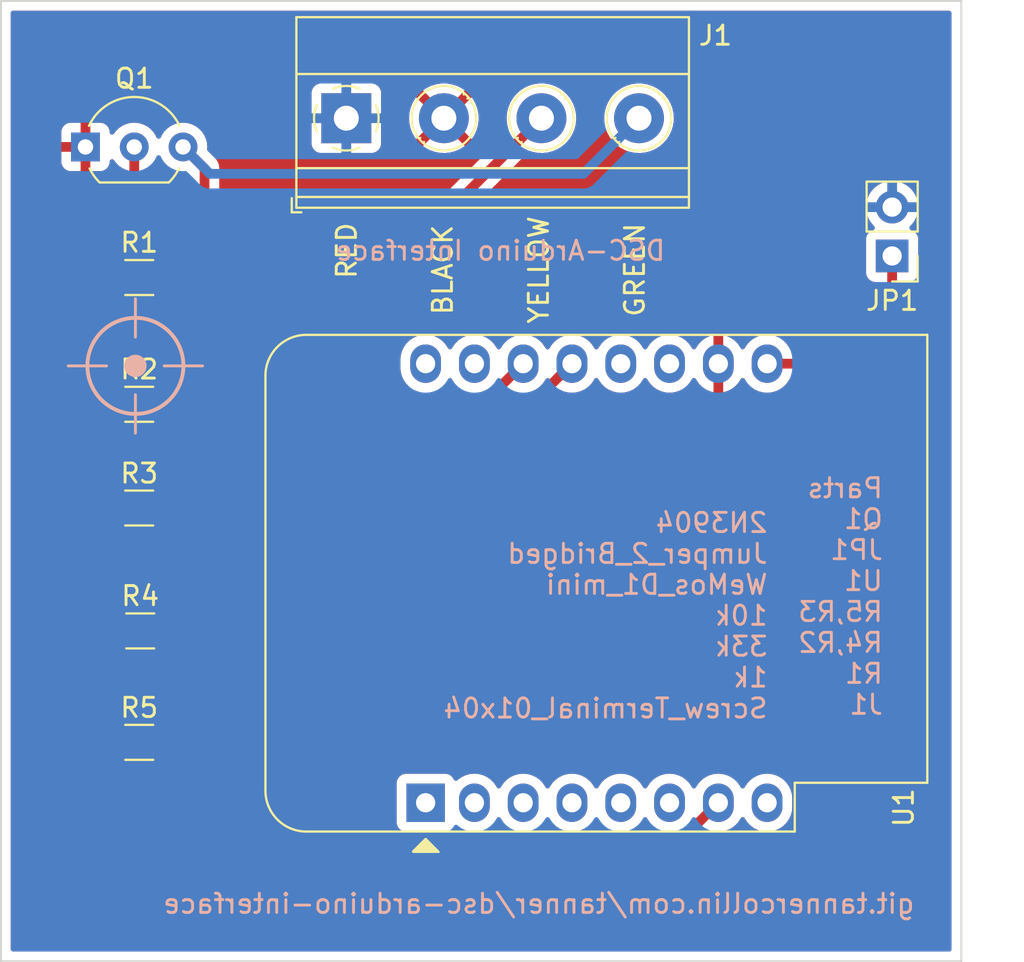
<source format=kicad_pcb>
(kicad_pcb (version 20211014) (generator pcbnew)

  (general
    (thickness 1.6)
  )

  (paper "A4")
  (layers
    (0 "F.Cu" signal)
    (31 "B.Cu" signal)
    (32 "B.Adhes" user "B.Adhesive")
    (33 "F.Adhes" user "F.Adhesive")
    (34 "B.Paste" user)
    (35 "F.Paste" user)
    (36 "B.SilkS" user "B.Silkscreen")
    (37 "F.SilkS" user "F.Silkscreen")
    (38 "B.Mask" user)
    (39 "F.Mask" user)
    (40 "Dwgs.User" user "User.Drawings")
    (41 "Cmts.User" user "User.Comments")
    (42 "Eco1.User" user "User.Eco1")
    (43 "Eco2.User" user "User.Eco2")
    (44 "Edge.Cuts" user)
    (45 "Margin" user)
    (46 "B.CrtYd" user "B.Courtyard")
    (47 "F.CrtYd" user "F.Courtyard")
    (48 "B.Fab" user)
    (49 "F.Fab" user)
    (50 "User.1" user)
    (51 "User.2" user)
    (52 "User.3" user)
    (53 "User.4" user)
    (54 "User.5" user)
    (55 "User.6" user)
    (56 "User.7" user)
    (57 "User.8" user)
    (58 "User.9" user)
  )

  (setup
    (stackup
      (layer "F.SilkS" (type "Top Silk Screen"))
      (layer "F.Paste" (type "Top Solder Paste"))
      (layer "F.Mask" (type "Top Solder Mask") (thickness 0.01))
      (layer "F.Cu" (type "copper") (thickness 0.035))
      (layer "dielectric 1" (type "core") (thickness 1.51) (material "FR4") (epsilon_r 4.5) (loss_tangent 0.02))
      (layer "B.Cu" (type "copper") (thickness 0.035))
      (layer "B.Mask" (type "Bottom Solder Mask") (thickness 0.01))
      (layer "B.Paste" (type "Bottom Solder Paste"))
      (layer "B.SilkS" (type "Bottom Silk Screen"))
      (copper_finish "None")
      (dielectric_constraints no)
    )
    (pad_to_mask_clearance 0)
    (grid_origin 80 49)
    (pcbplotparams
      (layerselection 0x00010fc_ffffffff)
      (disableapertmacros false)
      (usegerberextensions false)
      (usegerberattributes true)
      (usegerberadvancedattributes true)
      (creategerberjobfile true)
      (svguseinch false)
      (svgprecision 6)
      (excludeedgelayer true)
      (plotframeref false)
      (viasonmask false)
      (mode 1)
      (useauxorigin false)
      (hpglpennumber 1)
      (hpglpenspeed 20)
      (hpglpendiameter 15.000000)
      (dxfpolygonmode true)
      (dxfimperialunits true)
      (dxfusepcbnewfont true)
      (psnegative false)
      (psa4output false)
      (plotreference true)
      (plotvalue true)
      (plotinvisibletext false)
      (sketchpadsonfab false)
      (subtractmaskfromsilk false)
      (outputformat 1)
      (mirror false)
      (drillshape 1)
      (scaleselection 1)
      (outputdirectory "")
    )
  )

  (net 0 "")
  (net 1 "+5V")
  (net 2 "GND")
  (net 3 "Yellow")
  (net 4 "Green")
  (net 5 "Net-(Q1-Pad2)")
  (net 6 "D1")
  (net 7 "D8")
  (net 8 "D2")
  (net 9 "unconnected-(U1-Pad1)")
  (net 10 "unconnected-(U1-Pad2)")
  (net 11 "unconnected-(U1-Pad3)")
  (net 12 "unconnected-(U1-Pad4)")
  (net 13 "unconnected-(U1-Pad5)")
  (net 14 "unconnected-(U1-Pad6)")
  (net 15 "unconnected-(U1-Pad8)")
  (net 16 "unconnected-(U1-Pad11)")
  (net 17 "unconnected-(U1-Pad12)")
  (net 18 "unconnected-(U1-Pad15)")
  (net 19 "unconnected-(U1-Pad16)")
  (net 20 "Net-(U1-Pad9)")

  (footprint "Resistor_SMD:R_1206_3216Metric_Pad1.30x1.75mm_HandSolder" (layer "F.Cu") (at 87.2 75.4 180))

  (footprint "Resistor_SMD:R_1206_3216Metric_Pad1.30x1.75mm_HandSolder" (layer "F.Cu") (at 87.2 87.6 180))

  (footprint "Resistor_SMD:R_1206_3216Metric_Pad1.30x1.75mm_HandSolder" (layer "F.Cu") (at 87.2 70))

  (footprint "Module:WEMOS_D1_mini_light" (layer "F.Cu") (at 102.11 90.745 90))

  (footprint "TerminalBlock_Phoenix:TerminalBlock_Phoenix_MKDS-1,5-4-5.08_1x04_P5.08mm_Horizontal" (layer "F.Cu") (at 97.98 55.105))

  (footprint "Resistor_SMD:R_1206_3216Metric_Pad1.30x1.75mm_HandSolder" (layer "F.Cu") (at 87.25 81.8))

  (footprint "Resistor_SMD:R_1206_3216Metric_Pad1.30x1.75mm_HandSolder" (layer "F.Cu") (at 87.2 63.4))

  (footprint "Connector_PinHeader_2.54mm:PinHeader_1x02_P2.54mm_Vertical" (layer "F.Cu") (at 126.4 62.275 180))

  (footprint "Package_TO_SOT_THT:TO-92_Inline_Wide" (layer "F.Cu") (at 84.4 56.6))

  (gr_circle (center 87 68) (end 89.5 68) (layer "B.SilkS") (width 0.2) (fill none) (tstamp 1d34910d-3e53-4951-893e-4525fba05846))
  (gr_line (start 87 64.5) (end 87 66.5) (layer "B.SilkS") (width 0.15) (tstamp 69b00187-a513-430a-a82e-3d555734b525))
  (gr_line (start 85.5 68) (end 83.5 68) (layer "B.SilkS") (width 0.15) (tstamp 995e3586-455c-4efb-89fb-b19555b05bf3))
  (gr_line (start 87 69.5) (end 87 71.5) (layer "B.SilkS") (width 0.15) (tstamp ea5e5607-d305-4c18-ae4b-134a28301696))
  (gr_line (start 88.5 68) (end 90.5 68) (layer "B.SilkS") (width 0.15) (tstamp f170298f-c5a4-4e16-9c9d-a4d9bcb027a8))
  (gr_circle (center 87 68) (end 87.508 68) (layer "B.SilkS") (width 0.15) (fill solid) (tstamp f735f9ea-1652-4ae9-bdb0-7e59e5f14900))
  (gr_rect (start 80 49) (end 130 99) (layer "Edge.Cuts") (width 0.1) (fill none) (tstamp 967f4c45-db15-4335-a00b-5f60ba8d8ca3))
  (gr_text "2N3904\nJumper_2_Bridged\nWeMos_D1_mini\n10k\n33k\n1k\nScrew_Terminal_01x04\n" (at 120 81) (layer "B.SilkS") (tstamp 30fc14f8-6834-4de8-844f-ebd6861b5e6c)
    (effects (font (size 1 1) (thickness 0.15)) (justify left mirror))
  )
  (gr_text "Parts\nQ1\nJP1\nU1\nR5,R3\nR4,R2\nR1\nJ1\n" (at 126 80) (layer "B.SilkS") (tstamp a117217a-794c-4ce3-ae6c-3c1ee28e8589)
    (effects (font (size 1 1) (thickness 0.15)) (justify left mirror))
  )
  (gr_text "git.tannercollin.com/tanner/dsc-arduino-interface" (at 108 96) (layer "B.SilkS") (tstamp dbb80f82-d7da-4ad0-afe2-6cb4d1c9a359)
    (effects (font (size 1 1) (thickness 0.15)) (justify mirror))
  )
  (gr_text "DSC-Arduino Interface\n" (at 106 62) (layer "B.SilkS") (tstamp e8d93ca1-a84c-4f0a-b4dc-1c27d2f383c6)
    (effects (font (size 1 1) (thickness 0.15)) (justify mirror))
  )
  (gr_text "GREEN" (at 113 63 90) (layer "F.SilkS") (tstamp 25b06919-b358-4e57-a511-beb1f645ebba)
    (effects (font (size 1 1) (thickness 0.15)))
  )
  (gr_text "RED" (at 98 62 90) (layer "F.SilkS") (tstamp 3a887ec5-9bea-40a6-950a-1c42f4f70013)
    (effects (font (size 1 1) (thickness 0.15)))
  )
  (gr_text "YELLOW" (at 108 63 90) (layer "F.SilkS") (tstamp 5429c5e4-66a3-41d5-86e9-91ac9390c86a)
    (effects (font (size 1 1) (thickness 0.15)))
  )
  (gr_text "BLACK" (at 103 63 90) (layer "F.SilkS") (tstamp 891623aa-18ad-4920-b291-f847a2c4b3d6)
    (effects (font (size 1 1) (thickness 0.15)))
  )

  (segment (start 86.8 66.6) (end 85.65 67.75) (width 0.508) (layer "F.Cu") (net 3) (tstamp 08baec10-7bd2-45b3-9df3-de865ad41966))
  (segment (start 108 55.245) (end 96.645 66.6) (width 0.508) (layer "F.Cu") (net 3) (tstamp 5dc5c9a1-bcff-472f-942f-96856c729b2e))
  (segment (start 96.645 66.6) (end 86.8 66.6) (width 0.508) (layer "F.Cu") (net 3) (tstamp be94ea5a-fce8-4a3a-9a88-392e9060c694))
  (segment (start 85.65 67.75) (end 85.65 70) (width 0.508) (layer "F.Cu") (net 3) (tstamp fa3047cd-563c-4112-9465-410fbb369a0d))
  (segment (start 90.6 64.4) (end 89.6 65.4) (width 0.508) (layer "F.Cu") (net 4) (tstamp 01c57b44-40f0-43ac-a4af-8c3b5101f37a))
  (segment (start 83.8 66.8) (end 83.8 79.9) (width 0.508) (layer "F.Cu") (net 4) (tstamp 6c9a1770-4056-4eec-b8af-11b16181bc8b))
  (segment (start 89.6 65.4) (end 85.2 65.4) (width 0.508) (layer "F.Cu") (net 4) (tstamp 920f3a66-6b15-4fed-9f9b-cb6d75764d57))
  (segment (start 85.2 65.4) (end 83.8 66.8) (width 0.508) (layer "F.Cu") (net 4) (tstamp c0b2219d-f143-4cb2-9ac2-ee6a852513c6))
  (segment (start 89.64 56.76) (end 90.6 57.72) (width 0.508) (layer "F.Cu") (net 4) (tstamp c5c9a128-6538-4e26-881c-525d8403a111))
  (segment (start 83.8 79.9) (end 85.7 81.8) (width 0.508) (layer "F.Cu") (net 4) (tstamp f230791f-1348-4010-8100-59b442a87b60))
  (segment (start 90.6 57.72) (end 90.6 64.4) (width 0.508) (layer "F.Cu") (net 4) (tstamp fbb725d8-61e4-4e12-bcda-a2199849b323))
  (segment (start 113.08 55.245) (end 110.325 58) (width 0.508) (layer "B.Cu") (net 4) (tstamp 52a716a6-97da-4708-a1f4-3ca58e32eb47))
  (segment (start 110.325 58) (end 90.88 58) (width 0.508) (layer "B.Cu") (net 4) (tstamp 905ad076-b8b4-4bf1-8ad5-b2a2c71f5894))
  (segment (start 90.88 58) (end 89.64 56.76) (width 0.508) (layer "B.Cu") (net 4) (tstamp a905528b-1293-4f42-ae21-f06d3a522f33))
  (segment (start 86.94 56.6) (end 86.94 59.14) (width 0.508) (layer "F.Cu") (net 5) (tstamp 70c026e5-3683-4b1f-84c2-88cc56a1e2df))
  (segment (start 88.75 60.95) (end 88.75 63.4) (width 0.508) (layer "F.Cu") (net 5) (tstamp c937445a-0cfa-4184-a636-3488cc012e6f))
  (segment (start 86.94 59.14) (end 88.75 60.95) (width 0.508) (layer "F.Cu") (net 5) (tstamp e8a96bbb-b5ad-43b8-a534-9a97fc226c24))
  (segment (start 88.75 70) (end 105.075 70) (width 0.508) (layer "F.Cu") (net 6) (tstamp 3c57edc8-4cfd-424e-a11b-6ac26e54a378))
  (segment (start 88.75 75.4) (end 88.75 70) (width 0.508) (layer "F.Cu") (net 6) (tstamp d96f04c9-2218-454e-b939-849cc00f603f))
  (segment (start 105.075 70) (end 107.19 67.885) (width 0.508) (layer "F.Cu") (net 6) (tstamp f2bd2143-bd7d-4f23-9e08-479634957484))
  (segment (start 83.8 63.4) (end 85.65 63.4) (width 0.508) (layer "F.Cu") (net 7) (tstamp 22e43ac9-048a-4b19-a3ce-d21ec500c532))
  (segment (start 85.6 93.2) (end 82.2 89.8) (width 0.508) (layer "F.Cu") (net 7) (tstamp 53eacfb1-5229-4fb6-8fb6-c03d9aac7d86))
  (segment (start 82.2 89.8) (end 82.2 65) (width 0.508) (layer "F.Cu") (net 7) (tstamp 86923d52-4646-4868-87cf-d904a514d701))
  (segment (start 114.895 93.2) (end 85.6 93.2) (width 0.508) (layer "F.Cu") (net 7) (tstamp 8d5ef0d9-fef3-49cb-8497-d36bcd975e53))
  (segment (start 82.2 65) (end 83.8 63.4) (width 0.508) (layer "F.Cu") (net 7) (tstamp c5954f32-8d4a-475a-b683-6c795155d05a))
  (segment (start 117.35 90.745) (end 114.895 93.2) (width 0.508) (layer "F.Cu") (net 7) (tstamp ebb65204-1c01-44fc-8faf-ac1274234fde))
  (segment (start 88.75 87.6) (end 88.75 81.85) (width 0.508) (layer "F.Cu") (net 8) (tstamp 50a2c033-e3d5-44e2-862d-002c9467eb19))
  (segment (start 95.815 81.8) (end 109.73 67.885) (width 0.508) (layer "F.Cu") (net 8) (tstamp add90ab8-ac92-4799-b671-6a48d59fe660))
  (segment (start 88.8 81.8) (end 95.815 81.8) (width 0.508) (layer "F.Cu") (net 8) (tstamp d24b0bbc-4694-48fc-b8d3-1809101d76d6))
  (segment (start 88.75 81.85) (end 88.8 81.8) (width 0.508) (layer "F.Cu") (net 8) (tstamp d49c8572-56d5-48a7-89a3-8724de1c203c))
  (segment (start 126.4 65.2) (end 123.715 67.885) (width 0.508) (layer "F.Cu") (net 20) (tstamp 73d1515d-c94b-403e-8256-59f48c6f9bc2))
  (segment (start 126.4 62.275) (end 126.4 65.2) (width 0.508) (layer "F.Cu") (net 20) (tstamp aa0bd87d-4b2b-46df-99b5-ac4242efe0f1))
  (segment (start 123.715 67.885) (end 119.89 67.885) (width 0.508) (layer "F.Cu") (net 20) (tstamp c52f6ecb-b9b9-42f4-b05b-ec107f61933f))

  (zone (net 2) (net_name "GND") (layer "F.Cu") (tstamp 66414df9-ed3e-46e2-9ef1-3a34353b4682) (hatch edge 0.508)
    (connect_pads (clearance 0.508))
    (min_thickness 0.254) (filled_areas_thickness no)
    (fill yes (thermal_gap 0.508) (thermal_bridge_width 0.508))
    (polygon
      (pts
        (xy 130 99)
        (xy 80 99)
        (xy 80 49)
        (xy 130 49)
      )
    )
    (filled_polygon
      (layer "F.Cu")
      (pts
        (xy 129.433621 49.528502)
        (xy 129.480114 49.582158)
        (xy 129.4915 49.6345)
        (xy 129.4915 98.3655)
        (xy 129.471498 98.433621)
        (xy 129.417842 98.480114)
        (xy 129.3655 98.4915)
        (xy 80.6345 98.4915)
        (xy 80.566379 98.471498)
        (xy 80.519886 98.417842)
        (xy 80.5085 98.3655)
        (xy 80.5085 89.773208)
        (xy 81.432776 89.773208)
        (xy 81.433369 89.7805)
        (xy 81.433369 89.780503)
        (xy 81.437085 89.826183)
        (xy 81.4375 89.836398)
        (xy 81.4375 89.844525)
        (xy 81.440811 89.872924)
        (xy 81.441238 89.877244)
        (xy 81.447191 89.950426)
        (xy 81.449447 89.957388)
        (xy 81.450643 89.963376)
        (xy 81.452051 89.969333)
        (xy 81.452899 89.976607)
        (xy 81.455397 89.983489)
        (xy 81.455398 89.983493)
        (xy 81.477945 90.045607)
        (xy 81.479355 90.049711)
        (xy 81.501987 90.119575)
        (xy 81.505787 90.125838)
        (xy 81.508325 90.13138)
        (xy 81.511067 90.136856)
        (xy 81.513566 90.143741)
        (xy 81.517581 90.149865)
        (xy 81.553815 90.205132)
        (xy 81.55613 90.2088)
        (xy 81.594227 90.271581)
        (xy 81.597941 90.275786)
        (xy 81.597943 90.275789)
        (xy 81.601667 90.280005)
        (xy 81.601638 90.280031)
        (xy 81.604238 90.282962)
        (xy 81.607042 90.286316)
        (xy 81.611054 90.292435)
        (xy 81.667586 90.345988)
        (xy 81.670028 90.348366)
        (xy 85.01319 93.691528)
        (xy 85.025577 93.705941)
        (xy 85.038546 93.723564)
        (xy 85.044129 93.728307)
        (xy 85.079055 93.757979)
        (xy 85.086571 93.764909)
        (xy 85.092315 93.770653)
        (xy 85.095189 93.772927)
        (xy 85.095196 93.772933)
        (xy 85.114711 93.788372)
        (xy 85.118115 93.791163)
        (xy 85.168472 93.833945)
        (xy 85.168476 93.833948)
        (xy 85.174051 93.838684)
        (xy 85.180568 93.842012)
        (xy 85.185632 93.845389)
        (xy 85.190856 93.848616)
        (xy 85.1966 93.85316)
        (xy 85.203231 93.856259)
        (xy 85.263082 93.884232)
        (xy 85.267033 93.886163)
        (xy 85.332404 93.919543)
        (xy 85.339519 93.921284)
        (xy 85.345265 93.923421)
        (xy 85.351048 93.925345)
        (xy 85.357679 93.928444)
        (xy 85.429557 93.943394)
        (xy 85.433829 93.944361)
        (xy 85.505112 93.961804)
        (xy 85.510711 93.962151)
        (xy 85.510715 93.962152)
        (xy 85.51633 93.9625)
        (xy 85.516328 93.962539)
        (xy 85.520229 93.962772)
        (xy 85.524588 93.963161)
        (xy 85.531756 93.964652)
        (xy 85.539073 93.964454)
        (xy 85.609577 93.962546)
        (xy 85.612986 93.9625)
        (xy 114.827624 93.9625)
        (xy 114.846574 93.963933)
        (xy 114.860973 93.966124)
        (xy 114.860979 93.966124)
        (xy 114.868208 93.967224)
        (xy 114.8755 93.966631)
        (xy 114.875503 93.966631)
        (xy 114.921183 93.962915)
        (xy 114.931398 93.9625)
        (xy 114.939525 93.9625)
        (xy 114.943161 93.962076)
        (xy 114.943163 93.962076)
        (xy 114.946615 93.961673)
        (xy 114.967924 93.959189)
        (xy 114.972244 93.958762)
        (xy 115.045426 93.952809)
        (xy 115.052388 93.950553)
        (xy 115.058376 93.949357)
        (xy 115.064333 93.947949)
        (xy 115.071607 93.947101)
        (xy 115.078489 93.944603)
        (xy 115.078493 93.944602)
        (xy 115.140607 93.922055)
        (xy 115.144711 93.920645)
        (xy 115.214575 93.898013)
        (xy 115.220838 93.894213)
        (xy 115.22638 93.891675)
        (xy 115.231856 93.888933)
        (xy 115.238741 93.886434)
        (xy 115.300132 93.846185)
        (xy 115.3038 93.84387)
        (xy 115.366581 93.805773)
        (xy 115.370786 93.802059)
        (xy 115.370789 93.802057)
        (xy 115.375005 93.798333)
        (xy 115.375031 93.798362)
        (xy 115.377962 93.795762)
        (xy 115.381316 93.792958)
        (xy 115.387435 93.788946)
        (xy 115.440989 93.732413)
        (xy 115.443366 93.729972)
        (xy 116.922898 92.25044)
        (xy 116.98521 92.216414)
        (xy 117.044604 92.217828)
        (xy 117.077883 92.226745)
        (xy 117.116599 92.237119)
        (xy 117.121913 92.238543)
        (xy 117.35 92.258498)
        (xy 117.578087 92.238543)
        (xy 117.5834 92.237119)
        (xy 117.583402 92.237119)
        (xy 117.793933 92.180707)
        (xy 117.793935 92.180706)
        (xy 117.799243 92.179284)
        (xy 117.804225 92.176961)
        (xy 118.001762 92.084849)
        (xy 118.001767 92.084846)
        (xy 118.006749 92.082523)
        (xy 118.148464 91.983293)
        (xy 118.189789 91.954357)
        (xy 118.189792 91.954355)
        (xy 118.1943 91.951198)
        (xy 118.356198 91.7893)
        (xy 118.487523 91.601749)
        (xy 118.489846 91.596767)
        (xy 118.489849 91.596762)
        (xy 118.505805 91.562543)
        (xy 118.552722 91.509258)
        (xy 118.620999 91.489797)
        (xy 118.688959 91.510339)
        (xy 118.734195 91.562543)
        (xy 118.750151 91.596762)
        (xy 118.750154 91.596767)
        (xy 118.752477 91.601749)
        (xy 118.883802 91.7893)
        (xy 119.0457 91.951198)
        (xy 119.050208 91.954355)
        (xy 119.050211 91.954357)
        (xy 119.091536 91.983293)
        (xy 119.233251 92.082523)
        (xy 119.238233 92.084846)
        (xy 119.238238 92.084849)
        (xy 119.435775 92.176961)
        (xy 119.440757 92.179284)
        (xy 119.446065 92.180706)
        (xy 119.446067 92.180707)
        (xy 119.656598 92.237119)
        (xy 119.6566 92.237119)
        (xy 119.661913 92.238543)
        (xy 119.89 92.258498)
        (xy 120.118087 92.238543)
        (xy 120.1234 92.237119)
        (xy 120.123402 92.237119)
        (xy 120.333933 92.180707)
        (xy 120.333935 92.180706)
        (xy 120.339243 92.179284)
        (xy 120.344225 92.176961)
        (xy 120.541762 92.084849)
        (xy 120.541767 92.084846)
        (xy 120.546749 92.082523)
        (xy 120.688464 91.983293)
        (xy 120.729789 91.954357)
        (xy 120.729792 91.954355)
        (xy 120.7343 91.951198)
        (xy 120.896198 91.7893)
        (xy 121.027523 91.601749)
        (xy 121.029846 91.596767)
        (xy 121.029849 91.596762)
        (xy 121.121961 91.399225)
        (xy 121.121961 91.399224)
        (xy 121.124284 91.394243)
        (xy 121.183543 91.173087)
        (xy 121.1985 91.002127)
        (xy 121.1985 90.487873)
        (xy 121.183543 90.316913)
        (xy 121.182119 90.311598)
        (xy 121.125707 90.101067)
        (xy 121.125706 90.101065)
        (xy 121.124284 90.095757)
        (xy 121.068724 89.976607)
        (xy 121.029849 89.893238)
        (xy 121.029846 89.893233)
        (xy 121.027523 89.888251)
        (xy 120.941903 89.765973)
        (xy 120.899357 89.705211)
        (xy 120.899355 89.705208)
        (xy 120.896198 89.7007)
        (xy 120.7343 89.538802)
        (xy 120.729792 89.535645)
        (xy 120.729789 89.535643)
        (xy 120.581731 89.431972)
        (xy 120.546749 89.407477)
        (xy 120.541767 89.405154)
        (xy 120.541762 89.405151)
        (xy 120.344225 89.313039)
        (xy 120.344224 89.313039)
        (xy 120.339243 89.310716)
        (xy 120.333935 89.309294)
        (xy 120.333933 89.309293)
        (xy 120.123402 89.252881)
        (xy 120.1234 89.252881)
        (xy 120.118087 89.251457)
        (xy 119.89 89.231502)
        (xy 119.661913 89.251457)
        (xy 119.6566 89.252881)
        (xy 119.656598 89.252881)
        (xy 119.446067 89.309293)
        (xy 119.446065 89.309294)
        (xy 119.440757 89.310716)
        (xy 119.435776 89.313039)
        (xy 119.435775 89.313039)
        (xy 119.238238 89.405151)
        (xy 119.238233 89.405154)
        (xy 119.233251 89.407477)
        (xy 119.198269 89.431972)
        (xy 119.050211 89.535643)
        (xy 119.050208 89.535645)
        (xy 119.0457 89.538802)
        (xy 118.883802 89.7007)
        (xy 118.880645 89.705208)
        (xy 118.880643 89.705211)
        (xy 118.838097 89.765973)
        (xy 118.752477 89.888251)
        (xy 118.750154 89.893233)
        (xy 118.750151 89.893238)
        (xy 118.734195 89.927457)
        (xy 118.687278 89.980742)
        (xy 118.619001 90.000203)
        (xy 118.551041 89.979661)
        (xy 118.505805 89.927457)
        (xy 118.489849 89.893238)
        (xy 118.489846 89.893233)
        (xy 118.487523 89.888251)
        (xy 118.401903 89.765973)
        (xy 118.359357 89.705211)
        (xy 118.359355 89.705208)
        (xy 118.356198 89.7007)
        (xy 118.1943 89.538802)
        (xy 118.189792 89.535645)
        (xy 118.189789 89.535643)
        (xy 118.041731 89.431972)
        (xy 118.006749 89.407477)
        (xy 118.001767 89.405154)
        (xy 118.001762 89.405151)
        (xy 117.804225 89.313039)
        (xy 117.804224 89.313039)
        (xy 117.799243 89.310716)
        (xy 117.793935 89.309294)
        (xy 117.793933 89.309293)
        (xy 117.583402 89.252881)
        (xy 117.5834 89.252881)
        (xy 117.578087 89.251457)
        (xy 117.35 89.231502)
        (xy 117.121913 89.251457)
        (xy 117.1166 89.252881)
        (xy 117.116598 89.252881)
        (xy 116.906067 89.309293)
        (xy 116.906065 89.309294)
        (xy 116.900757 89.310716)
        (xy 116.895776 89.313039)
        (xy 116.895775 89.313039)
        (xy 116.698238 89.405151)
        (xy 116.698233 89.405154)
        (xy 116.693251 89.407477)
        (xy 116.658269 89.431972)
        (xy 116.510211 89.535643)
        (xy 116.510208 89.535645)
        (xy 116.5057 89.538802)
        (xy 116.343802 89.7007)
        (xy 116.340645 89.705208)
        (xy 116.340643 89.705211)
        (xy 116.298097 89.765973)
        (xy 116.212477 89.888251)
        (xy 116.210154 89.893233)
        (xy 116.210151 89.893238)
        (xy 116.194195 89.927457)
        (xy 116.147278 89.980742)
        (xy 116.079001 90.000203)
        (xy 116.011041 89.979661)
        (xy 115.965805 89.927457)
        (xy 115.949849 89.893238)
        (xy 115.949846 89.893233)
        (xy 115.947523 89.888251)
        (xy 115.861903 89.765973)
        (xy 115.819357 89.705211)
        (xy 115.819355 89.705208)
        (xy 115.816198 89.7007)
        (xy 115.6543 89.538802)
        (xy 115.649792 89.535645)
        (xy 115.649789 89.535643)
        (xy 115.501731 89.431972)
        (xy 115.466749 89.407477)
        (xy 115.461767 89.405154)
        (xy 115.461762 89.405151)
        (xy 115.264225 89.313039)
        (xy 115.264224 89.313039)
        (xy 115.259243 89.310716)
        (xy 115.253935 89.309294)
        (xy 115.253933 89.309293)
        (xy 115.043402 89.252881)
        (xy 115.0434 89.252881)
        (xy 115.038087 89.251457)
        (xy 114.81 89.231502)
        (xy 114.581913 89.251457)
        (xy 114.5766 89.252881)
        (xy 114.576598 89.252881)
        (xy 114.366067 89.309293)
        (xy 114.366065 89.309294)
        (xy 114.360757 89.310716)
        (xy 114.355776 89.313039)
        (xy 114.355775 89.313039)
        (xy 114.158238 89.405151)
        (xy 114.158233 89.405154)
        (xy 114.153251 89.407477)
        (xy 114.118269 89.431972)
        (xy 113.970211 89.535643)
        (xy 113.970208 89.535645)
        (xy 113.9657 89.538802)
        (xy 113.803802 89.7007)
        (xy 113.800645 89.705208)
        (xy 113.800643 89.705211)
        (xy 113.758097 89.765973)
        (xy 113.672477 89.888251)
        (xy 113.670154 89.893233)
        (xy 113.670151 89.893238)
        (xy 113.654195 89.927457)
        (xy 113.607278 89.980742)
        (xy 113.539001 90.000203)
        (xy 113.471041 89.979661)
        (xy 113.425805 89.927457)
        (xy 113.409849 89.893238)
        (xy 113.409846 89.893233)
        (xy 113.407523 89.888251)
        (xy 113.321903 89.765973)
        (xy 113.279357 89.705211)
        (xy 113.279355 89.705208)
        (xy 113.276198 89.7007)
        (xy 113.1143 89.538802)
        (xy 113.109792 89.535645)
        (xy 113.109789 89.535643)
        (xy 112.961731 89.431972)
        (xy 112.926749 89.407477)
        (xy 112.921767 89.405154)
        (xy 112.921762 89.405151)
        (xy 112.724225 89.313039)
        (xy 112.724224 89.313039)
        (xy 112.719243 89.310716)
        (xy 112.713935 89.309294)
        (xy 112.713933 89.309293)
        (xy 112.503402 89.252881)
        (xy 112.5034 89.252881)
        (xy 112.498087 89.251457)
        (xy 112.27 89.231502)
        (xy 112.041913 89.251457)
        (xy 112.0366 89.252881)
        (xy 112.036598 89.252881)
        (xy 111.826067 89.309293)
        (xy 111.826065 89.309294)
        (xy 111.820757 89.310716)
        (xy 111.815776 89.313039)
        (xy 111.815775 89.313039)
        (xy 111.618238 89.405151)
        (xy 111.618233 89.405154)
        (xy 111.613251 89.407477)
        (xy 111.578269 89.431972)
        (xy 111.430211 89.535643)
        (xy 111.430208 89.535645)
        (xy 111.4257 89.538802)
        (xy 111.263802 89.7007)
        (xy 111.260645 89.705208)
        (xy 111.260643 89.705211)
        (xy 111.218097 89.765973)
        (xy 111.132477 89.888251)
        (xy 111.130154 89.893233)
        (xy 111.130151 89.893238)
        (xy 111.114195 89.927457)
        (xy 111.067278 89.980742)
        (xy 110.999001 90.000203)
        (xy 110.931041 89.979661)
        (xy 110.885805 89.927457)
        (xy 110.869849 89.893238)
        (xy 110.869846 89.893233)
        (xy 110.867523 89.888251)
        (xy 110.781903 89.765973)
        (xy 110.739357 89.705211)
        (xy 110.739355 89.705208)
        (xy 110.736198 89.7007)
        (xy 110.5743 89.538802)
        (xy 110.569792 89.535645)
        (xy 110.569789 89.535643)
        (xy 110.421731 89.431972)
        (xy 110.386749 89.407477)
        (xy 110.381767 89.405154)
        (xy 110.381762 89.405151)
        (xy 110.184225 89.313039)
        (xy 110.184224 89.313039)
        (xy 110.179243 89.310716)
        (xy 110.173935 89.309294)
        (xy 110.173933 89.309293)
        (xy 109.963402 89.252881)
        (xy 109.9634 89.252881)
        (xy 109.958087 89.251457)
        (xy 109.73 89.231502)
        (xy 109.501913 89.251457)
        (xy 109.4966 89.252881)
        (xy 109.496598 89.252881)
        (xy 109.286067 89.309293)
        (xy 109.286065 89.309294)
        (xy 109.280757 89.310716)
        (xy 109.275776 89.313039)
        (xy 109.275775 89.313039)
        (xy 109.078238 89.405151)
        (xy 109.078233 89.405154)
        (xy 109.073251 89.407477)
        (xy 109.038269 89.431972)
        (xy 108.890211 89.535643)
        (xy 108.890208 89.535645)
        (xy 108.8857 89.538802)
        (xy 108.723802 89.7007)
        (xy 108.720645 89.705208)
        (xy 108.720643 89.705211)
        (xy 108.678097 89.765973)
        (xy 108.592477 89.888251)
        (xy 108.590154 89.893233)
        (xy 108.590151 89.893238)
        (xy 108.574195 89.927457)
        (xy 108.527278 89.980742)
        (xy 108.459001 90.000203)
        (xy 108.391041 89.979661)
        (xy 108.345805 89.927457)
        (xy 108.329849 89.893238)
        (xy 108.329846 89.893233)
        (xy 108.327523 89.888251)
        (xy 108.241903 89.765973)
        (xy 108.199357 89.705211)
        (xy 108.199355 89.705208)
        (xy 108.196198 89.7007)
        (xy 108.0343 89.538802)
        (xy 108.029792 89.535645)
        (xy 108.029789 89.535643)
        (xy 107.881731 89.431972)
        (xy 107.846749 89.407477)
        (xy 107.841767 89.405154)
        (xy 107.841762 89.405151)
        (xy 107.644225 89.313039)
        (xy 107.644224 89.313039)
        (xy 107.639243 89.310716)
        (xy 107.633935 89.309294)
        (xy 107.633933 89.309293)
        (xy 107.423402 89.252881)
        (xy 107.4234 89.252881)
        (xy 107.418087 89.251457)
        (xy 107.19 89.231502)
        (xy 106.961913 89.251457)
        (xy 106.9566 89.252881)
        (xy 106.956598 89.252881)
        (xy 106.746067 89.309293)
        (xy 106.746065 89.309294)
        (xy 106.740757 89.310716)
        (xy 106.735776 89.313039)
        (xy 106.735775 89.313039)
        (xy 106.538238 89.405151)
        (xy 106.538233 89.405154)
        (xy 106.533251 89.407477)
        (xy 106.498269 89.431972)
        (xy 106.350211 89.535643)
        (xy 106.350208 89.535645)
        (xy 106.3457 89.538802)
        (xy 106.183802 89.7007)
        (xy 106.180645 89.705208)
        (xy 106.180643 89.705211)
        (xy 106.138097 89.765973)
        (xy 106.052477 89.888251)
        (xy 106.050154 89.893233)
        (xy 106.050151 89.893238)
        (xy 106.034195 89.927457)
        (xy 105.987278 89.980742)
        (xy 105.919001 90.000203)
        (xy 105.851041 89.979661)
        (xy 105.805805 89.927457)
        (xy 105.789849 89.893238)
        (xy 105.789846 89.893233)
        (xy 105.787523 89.888251)
        (xy 105.701903 89.765973)
        (xy 105.659357 89.705211)
        (xy 105.659355 89.705208)
        (xy 105.656198 89.7007)
        (xy 105.4943 89.538802)
        (xy 105.489792 89.535645)
        (xy 105.489789 89.535643)
        (xy 105.341731 89.431972)
        (xy 105.306749 89.407477)
        (xy 105.301767 89.405154)
        (xy 105.301762 89.405151)
        (xy 105.104225 89.313039)
        (xy 105.104224 89.313039)
        (xy 105.099243 89.310716)
        (xy 105.093935 89.309294)
        (xy 105.093933 89.309293)
        (xy 104.883402 89.252881)
        (xy 104.8834 89.252881)
        (xy 104.878087 89.251457)
        (xy 104.65 89.231502)
        (xy 104.421913 89.251457)
        (xy 104.4166 89.252881)
        (xy 104.416598 89.252881)
        (xy 104.206067 89.309293)
        (xy 104.206065 89.309294)
        (xy 104.200757 89.310716)
        (xy 104.195776 89.313039)
        (xy 104.195775 89.313039)
        (xy 103.998238 89.405151)
        (xy 103.998233 89.405154)
        (xy 103.993251 89.407477)
        (xy 103.958269 89.431972)
        (xy 103.810211 89.535643)
        (xy 103.810208 89.535645)
        (xy 103.8057 89.538802)
        (xy 103.776867 89.567635)
        (xy 103.714555 89.601661)
        (xy 103.64374 89.596596)
        (xy 103.586904 89.554049)
        (xy 103.56979 89.522768)
        (xy 103.563769 89.506707)
        (xy 103.563767 89.506703)
        (xy 103.560615 89.498295)
        (xy 103.473261 89.381739)
        (xy 103.356705 89.294385)
        (xy 103.220316 89.243255)
        (xy 103.158134 89.2365)
        (xy 101.061866 89.2365)
        (xy 100.999684 89.243255)
        (xy 100.863295 89.294385)
        (xy 100.746739 89.381739)
        (xy 100.659385 89.498295)
        (xy 100.608255 89.634684)
        (xy 100.6015 89.696866)
        (xy 100.6015 91.793134)
        (xy 100.608255 91.855316)
        (xy 100.659385 91.991705)
        (xy 100.746739 92.108261)
        (xy 100.753919 92.113642)
        (xy 100.855527 92.189793)
        (xy 100.863295 92.195615)
        (xy 100.871703 92.198767)
        (xy 100.875745 92.20098)
        (xy 100.92589 92.251239)
        (xy 100.940904 92.32063)
        (xy 100.916018 92.387122)
        (xy 100.859135 92.429605)
        (xy 100.815235 92.4375)
        (xy 85.968027 92.4375)
        (xy 85.899906 92.417498)
        (xy 85.878932 92.400595)
        (xy 82.999405 89.521067)
        (xy 82.965379 89.458755)
        (xy 82.9625 89.431972)
        (xy 82.9625 88.272095)
        (xy 84.492001 88.272095)
        (xy 84.492338 88.278614)
        (xy 84.502257 88.374206)
        (xy 84.505149 88.3876)
        (xy 84.556588 88.541784)
        (xy 84.562761 88.554962)
        (xy 84.648063 88.692807)
        (xy 84.657099 88.704208)
        (xy 84.771829 88.818739)
        (xy 84.78324 88.827751)
        (xy 84.921243 88.912816)
        (xy 84.934424 88.918963)
        (xy 85.08871 88.970138)
        (xy 85.102086 88.973005)
        (xy 85.196438 88.982672)
        (xy 85.202854 88.983)
        (xy 85.377885 88.983)
        (xy 85.393124 88.978525)
        (xy 85.394329 88.977135)
        (xy 85.396 88.969452)
        (xy 85.396 88.964884)
        (xy 85.904 88.964884)
        (xy 85.908475 88.980123)
        (xy 85.909865 88.981328)
        (xy 85.917548 88.982999)
        (xy 86.097095 88.982999)
        (xy 86.103614 88.982662)
        (xy 86.199206 88.972743)
        (xy 86.2126 88.969851)
        (xy 86.366784 88.918412)
        (xy 86.379962 88.912239)
        (xy 86.517807 88.826937)
        (xy 86.529208 88.817901)
        (xy 86.643739 88.703171)
        (xy 86.652751 88.69176)
        (xy 86.737816 88.553757)
        (xy 86.743963 88.540576)
        (xy 86.795138 88.38629)
        (xy 86.798005 88.372914)
        (xy 86.807672 88.278562)
        (xy 86.807834 88.2754)
        (xy 87.5915 88.2754)
        (xy 87.591837 88.278646)
        (xy 87.591837 88.27865)
        (xy 87.601752 88.374206)
        (xy 87.602474 88.381166)
        (xy 87.65845 88.548946)
        (xy 87.751522 88.699348)
        (xy 87.876697 88.824305)
        (xy 87.882927 88.828145)
        (xy 87.882928 88.828146)
        (xy 88.020288 88.912816)
        (xy 88.027262 88.917115)
        (xy 88.107005 88.943564)
        (xy 88.188611 88.970632)
        (xy 88.188613 88.970632)
        (xy 88.195139 88.972797)
        (xy 88.201975 88.973497)
        (xy 88.201978 88.973498)
        (xy 88.245031 88.977909)
        (xy 88.2996 88.9835)
        (xy 89.2004 88.9835)
        (xy 89.203646 88.983163)
        (xy 89.20365 88.983163)
        (xy 89.299308 88.973238)
        (xy 89.299312 88.973237)
        (xy 89.306166 88.972526)
        (xy 89.312702 88.970345)
        (xy 89.312704 88.970345)
        (xy 89.444806 88.926272)
        (xy 89.473946 88.91655)
        (xy 89.624348 88.823478)
        (xy 89.749305 88.698303)
        (xy 89.842115 88.547738)
        (xy 89.897797 88.379861)
        (xy 89.9085 88.2754)
        (xy 89.9085 86.9246)
        (xy 89.908163 86.92135)
        (xy 89.898238 86.825692)
        (xy 89.898237 86.825688)
        (xy 89.897526 86.818834)
        (xy 89.84155 86.651054)
        (xy 89.748478 86.500652)
        (xy 89.623303 86.375695)
        (xy 89.572384 86.344308)
        (xy 89.524891 86.291536)
        (xy 89.5125 86.237048)
        (xy 89.5125 83.193835)
        (xy 89.532502 83.125714)
        (xy 89.572197 83.086691)
        (xy 89.586832 83.077635)
        (xy 89.674348 83.023478)
        (xy 89.799305 82.898303)
        (xy 89.892115 82.747738)
        (xy 89.92492 82.648833)
        (xy 89.96535 82.590473)
        (xy 90.030914 82.563236)
        (xy 90.044513 82.5625)
        (xy 95.747624 82.5625)
        (xy 95.766574 82.563933)
        (xy 95.780973 82.566124)
        (xy 95.780979 82.566124)
        (xy 95.788208 82.567224)
        (xy 95.7955 82.566631)
        (xy 95.795503 82.566631)
        (xy 95.841183 82.562915)
        (xy 95.851398 82.5625)
        (xy 95.859525 82.5625)
        (xy 95.863161 82.562076)
        (xy 95.863163 82.562076)
        (xy 95.866615 82.561673)
        (xy 95.887924 82.559189)
        (xy 95.892244 82.558762)
        (xy 95.965426 82.552809)
        (xy 95.972388 82.550553)
        (xy 95.978376 82.549357)
        (xy 95.984333 82.547949)
        (xy 95.991607 82.547101)
        (xy 95.998489 82.544603)
        (xy 95.998493 82.544602)
        (xy 96.060607 82.522055)
        (xy 96.064711 82.520645)
        (xy 96.134575 82.498013)
        (xy 96.140838 82.494213)
        (xy 96.14638 82.491675)
        (xy 96.151856 82.488933)
        (xy 96.158741 82.486434)
        (xy 96.180478 82.472183)
        (xy 96.220132 82.446185)
        (xy 96.2238 82.44387)
        (xy 96.286581 82.405773)
        (xy 96.290786 82.402059)
        (xy 96.290789 82.402057)
        (xy 96.295005 82.398333)
        (xy 96.295031 82.398362)
        (xy 96.297962 82.395762)
        (xy 96.301316 82.392958)
        (xy 96.307435 82.388946)
        (xy 96.360989 82.332413)
        (xy 96.363366 82.329972)
        (xy 109.302898 69.39044)
        (xy 109.36521 69.356414)
        (xy 109.424604 69.357828)
        (xy 109.455319 69.366058)
        (xy 109.496599 69.377119)
        (xy 109.501913 69.378543)
        (xy 109.73 69.398498)
        (xy 109.958087 69.378543)
        (xy 109.9634 69.377119)
        (xy 109.963402 69.377119)
        (xy 110.173933 69.320707)
        (xy 110.173935 69.320706)
        (xy 110.179243 69.319284)
        (xy 110.185235 69.31649)
        (xy 110.381762 69.224849)
        (xy 110.381767 69.224846)
        (xy 110.386749 69.222523)
        (xy 110.491611 69.149098)
        (xy 110.569789 69.094357)
        (xy 110.569792 69.094355)
        (xy 110.5743 69.091198)
        (xy 110.736198 68.9293)
        (xy 110.867523 68.741749)
        (xy 110.869846 68.736767)
        (xy 110.869849 68.736762)
        (xy 110.885805 68.702543)
        (xy 110.932722 68.649258)
        (xy 111.000999 68.629797)
        (xy 111.068959 68.650339)
        (xy 111.114195 68.702543)
        (xy 111.130151 68.736762)
        (xy 111.130154 68.736767)
        (xy 111.132477 68.741749)
        (xy 111.263802 68.9293)
        (xy 111.4257 69.091198)
        (xy 111.430208 69.094355)
        (xy 111.430211 69.094357)
        (xy 111.508389 69.149098)
        (xy 111.613251 69.222523)
        (xy 111.618233 69.224846)
        (xy 111.618238 69.224849)
        (xy 111.814765 69.31649)
        (xy 111.820757 69.319284)
        (xy 111.826065 69.320706)
        (xy 111.826067 69.320707)
        (xy 112.036598 69.377119)
        (xy 112.0366 69.377119)
        (xy 112.041913 69.378543)
        (xy 112.27 69.398498)
        (xy 112.498087 69.378543)
        (xy 112.5034 69.377119)
        (xy 112.503402 69.377119)
        (xy 112.713933 69.320707)
        (xy 112.713935 69.320706)
        (xy 112.719243 69.319284)
        (xy 112.725235 69.31649)
        (xy 112.921762 69.224849)
        (xy 112.921767 69.224846)
        (xy 112.926749 69.222523)
        (xy 113.031611 69.149098)
        (xy 113.109789 69.094357)
        (xy 113.109792 69.094355)
        (xy 113.1143 69.091198)
        (xy 113.276198 68.9293)
        (xy 113.407523 68.741749)
        (xy 113.409846 68.736767)
        (xy 113.409849 68.736762)
        (xy 113.425805 68.702543)
        (xy 113.472722 68.649258)
        (xy 113.540999 68.629797)
        (xy 113.608959 68.650339)
        (xy 113.654195 68.702543)
        (xy 113.670151 68.736762)
        (xy 113.670154 68.736767)
        (xy 113.672477 68.741749)
        (xy 113.803802 68.9293)
        (xy 113.9657 69.091198)
        (xy 113.970208 69.094355)
        (xy 113.970211 69.094357)
        (xy 114.048389 69.149098)
        (xy 114.153251 69.222523)
        (xy 114.158233 69.224846)
        (xy 114.158238 69.224849)
        (xy 114.354765 69.31649)
        (xy 114.360757 69.319284)
        (xy 114.366065 69.320706)
        (xy 114.366067 69.320707)
        (xy 114.576598 69.377119)
        (xy 114.5766 69.377119)
        (xy 114.581913 69.378543)
        (xy 114.81 69.398498)
        (xy 115.038087 69.378543)
        (xy 115.0434 69.377119)
        (xy 115.043402 69.377119)
        (xy 115.253933 69.320707)
        (xy 115.253935 69.320706)
        (xy 115.259243 69.319284)
        (xy 115.265235 69.31649)
        (xy 115.461762 69.224849)
        (xy 115.461767 69.224846)
        (xy 115.466749 69.222523)
        (xy 115.571611 69.149098)
        (xy 115.649789 69.094357)
        (xy 115.649792 69.094355)
        (xy 115.6543 69.091198)
        (xy 115.816198 68.9293)
        (xy 115.947523 68.741749)
        (xy 115.949846 68.736767)
        (xy 115.949849 68.736762)
        (xy 115.966081 68.701951)
        (xy 116.012998 68.648666)
        (xy 116.081275 68.629205)
        (xy 116.149235 68.649747)
        (xy 116.194471 68.701951)
        (xy 116.210586 68.736511)
        (xy 116.216069 68.746007)
        (xy 116.341028 68.924467)
        (xy 116.348084 68.932875)
        (xy 116.502125 69.086916)
        (xy 116.510533 69.093972)
        (xy 116.688993 69.218931)
        (xy 116.698489 69.224414)
        (xy 116.895947 69.31649)
        (xy 116.906239 69.320236)
        (xy 117.078503 69.366394)
        (xy 117.092599 69.366058)
        (xy 117.096 69.358116)
        (xy 117.096 69.352967)
        (xy 117.604 69.352967)
        (xy 117.607973 69.366498)
        (xy 117.616522 69.367727)
        (xy 117.793761 69.320236)
        (xy 117.804053 69.31649)
        (xy 118.001511 69.224414)
        (xy 118.011007 69.218931)
        (xy 118.189467 69.093972)
        (xy 118.197875 69.086916)
        (xy 118.351916 68.932875)
        (xy 118.358972 68.924467)
        (xy 118.483931 68.746007)
        (xy 118.489414 68.736511)
        (xy 118.505529 68.701951)
        (xy 118.552446 68.648666)
        (xy 118.620723 68.629205)
        (xy 118.688683 68.649747)
        (xy 118.733919 68.701951)
        (xy 118.750151 68.736762)
        (xy 118.750154 68.736767)
        (xy 118.752477 68.741749)
        (xy 118.883802 68.9293)
        (xy 119.0457 69.091198)
        (xy 119.050208 69.094355)
        (xy 119.050211 69.094357)
        (xy 119.128389 69.149098)
        (xy 119.233251 69.222523)
        (xy 119.238233 69.224846)
        (xy 119.238238 69.224849)
        (xy 119.434765 69.31649)
        (xy 119.440757 69.319284)
        (xy 119.446065 69.320706)
        (xy 119.446067 69.320707)
        (xy 119.656598 69.377119)
        (xy 119.6566 69.377119)
        (xy 119.661913 69.378543)
        (xy 119.89 69.398498)
        (xy 120.118087 69.378543)
        (xy 120.1234 69.377119)
        (xy 120.123402 69.377119)
        (xy 120.333933 69.320707)
        (xy 120.333935 69.320706)
        (xy 120.339243 69.319284)
        (xy 120.345235 69.31649)
        (xy 120.541762 69.224849)
        (xy 120.541767 69.224846)
        (xy 120.546749 69.222523)
        (xy 120.651611 69.149098)
        (xy 120.729789 69.094357)
        (xy 120.729792 69.094355)
        (xy 120.7343 69.091198)
        (xy 120.896198 68.9293)
        (xy 121.027523 68.741749)
        (xy 121.029848 68.736764)
        (xy 121.029851 68.736758)
        (xy 121.037548 68.720251)
        (xy 121.084465 68.666965)
        (xy 121.151743 68.6475)
        (xy 123.647624 68.6475)
        (xy 123.666574 68.648933)
        (xy 123.680973 68.651124)
        (xy 123.680979 68.651124)
        (xy 123.688208 68.652224)
        (xy 123.6955 68.651631)
        (xy 123.695503 68.651631)
        (xy 123.741183 68.647915)
        (xy 123.751398 68.6475)
        (xy 123.759525 68.6475)
        (xy 123.763161 68.647076)
        (xy 123.763163 68.647076)
        (xy 123.766615 68.646673)
        (xy 123.787924 68.644189)
        (xy 123.792244 68.643762)
        (xy 123.865426 68.637809)
        (xy 123.872388 68.635553)
        (xy 123.878376 68.634357)
        (xy 123.884333 68.632949)
        (xy 123.891607 68.632101)
        (xy 123.898489 68.629603)
        (xy 123.898493 68.629602)
        (xy 123.960607 68.607055)
        (xy 123.964711 68.605645)
        (xy 124.034575 68.583013)
        (xy 124.040838 68.579213)
        (xy 124.04638 68.576675)
        (xy 124.051856 68.573933)
        (xy 124.058741 68.571434)
        (xy 124.120132 68.531185)
        (xy 124.1238 68.52887)
        (xy 124.186581 68.490773)
        (xy 124.190786 68.487059)
        (xy 124.190789 68.487057)
        (xy 124.195005 68.483333)
        (xy 124.195031 68.483362)
        (xy 124.197962 68.480762)
        (xy 124.201316 68.477958)
        (xy 124.207435 68.473946)
        (xy 124.260989 68.417413)
        (xy 124.263366 68.414972)
        (xy 126.891528 65.78681)
        (xy 126.905941 65.774423)
        (xy 126.917665 65.765795)
        (xy 126.923564 65.761454)
        (xy 126.957979 65.720945)
        (xy 126.964909 65.713429)
        (xy 126.970653 65.707685)
        (xy 126.972927 65.704811)
        (xy 126.972933 65.704804)
        (xy 126.988372 65.685289)
        (xy 126.991163 65.681885)
        (xy 127.033945 65.631528)
        (xy 127.033948 65.631524)
        (xy 127.038684 65.625949)
        (xy 127.042011 65.619434)
        (xy 127.045392 65.614364)
        (xy 127.048617 65.609142)
        (xy 127.05316 65.6034)
        (xy 127.084246 65.536888)
        (xy 127.086152 65.532988)
        (xy 127.116213 65.474117)
        (xy 127.119543 65.467596)
        (xy 127.121284 65.460479)
        (xy 127.123411 65.454761)
        (xy 127.125342 65.448955)
        (xy 127.128443 65.442321)
        (xy 127.143391 65.370461)
        (xy 127.144359 65.366181)
        (xy 127.160469 65.300343)
        (xy 127.161804 65.294888)
        (xy 127.1625 65.28367)
        (xy 127.162539 65.283672)
        (xy 127.162772 65.279771)
        (xy 127.163161 65.275412)
        (xy 127.164652 65.268244)
        (xy 127.162546 65.190424)
        (xy 127.1625 65.187015)
        (xy 127.1625 63.7595)
        (xy 127.182502 63.691379)
        (xy 127.236158 63.644886)
        (xy 127.2885 63.6335)
        (xy 127.298134 63.6335)
        (xy 127.360316 63.626745)
        (xy 127.496705 63.575615)
        (xy 127.613261 63.488261)
        (xy 127.700615 63.371705)
        (xy 127.751745 63.235316)
        (xy 127.7585 63.173134)
        (xy 127.7585 61.376866)
        (xy 127.751745 61.314684)
        (xy 127.700615 61.178295)
        (xy 127.613261 61.061739)
        (xy 127.496705 60.974385)
        (xy 127.483669 60.969498)
        (xy 127.378203 60.92996)
        (xy 127.321439 60.887318)
        (xy 127.296739 60.820756)
        (xy 127.311947 60.751408)
        (xy 127.333493 60.722727)
        (xy 127.434435 60.622137)
        (xy 127.438096 60.618489)
        (xy 127.497594 60.535689)
        (xy 127.565435 60.441277)
        (xy 127.568453 60.437077)
        (xy 127.585364 60.402861)
        (xy 127.665136 60.241453)
        (xy 127.665137 60.241451)
        (xy 127.66743 60.236811)
        (xy 127.73237 60.023069)
        (xy 127.761529 59.80159)
        (xy 127.763156 59.735)
        (xy 127.744852 59.512361)
        (xy 127.690431 59.295702)
        (xy 127.601354 59.09084)
        (xy 127.480014 58.903277)
        (xy 127.32967 58.738051)
        (xy 127.325619 58.734852)
        (xy 127.325615 58.734848)
        (xy 127.158414 58.6028)
        (xy 127.15841 58.602798)
        (xy 127.154359 58.599598)
        (xy 126.958789 58.491638)
        (xy 126.95392 58.489914)
        (xy 126.953916 58.489912)
        (xy 126.753087 58.418795)
        (xy 126.753083 58.418794)
        (xy 126.748212 58.417069)
        (xy 126.743119 58.416162)
        (xy 126.743116 58.416161)
        (xy 126.533373 58.3788)
        (xy 126.533367 58.378799)
        (xy 126.528284 58.377894)
        (xy 126.454452 58.376992)
        (xy 126.310081 58.375228)
        (xy 126.310079 58.375228)
        (xy 126.304911 58.375165)
        (xy 126.084091 58.408955)
        (xy 125.871756 58.478357)
        (xy 125.673607 58.581507)
        (xy 125.669474 58.58461)
        (xy 125.669471 58.584612)
        (xy 125.645247 58.6028)
        (xy 125.494965 58.715635)
        (xy 125.340629 58.877138)
        (xy 125.214743 59.06168)
        (xy 125.167715 59.162993)
        (xy 125.142524 59.217264)
        (xy 125.120688 59.264305)
        (xy 125.060989 59.47957)
        (xy 125.037251 59.701695)
        (xy 125.037548 59.706848)
        (xy 125.037548 59.706851)
        (xy 125.043011 59.80159)
        (xy 125.05011 59.924715)
        (xy 125.051247 59.929761)
        (xy 125.051248 59.929767)
        (xy 125.071119 60.017939)
        (xy 125.099222 60.142639)
        (xy 125.183266 60.349616)
        (xy 125.299987 60.540088)
        (xy 125.44625 60.708938)
        (xy 125.45023 60.712242)
        (xy 125.454981 60.716187)
        (xy 125.494616 60.77509)
        (xy 125.496113 60.846071)
        (xy 125.458997 60.906593)
        (xy 125.418724 60.931112)
        (xy 125.303295 60.974385)
        (xy 125.186739 61.061739)
        (xy 125.099385 61.178295)
        (xy 125.048255 61.314684)
        (xy 125.0415 61.376866)
        (xy 125.0415 63.173134)
        (xy 125.048255 63.235316)
        (xy 125.099385 63.371705)
        (xy 125.186739 63.488261)
        (xy 125.303295 63.575615)
        (xy 125.439684 63.626745)
        (xy 125.501866 63.6335)
        (xy 125.5115 63.6335)
        (xy 125.579621 63.653502)
        (xy 125.626114 63.707158)
        (xy 125.6375 63.7595)
        (xy 125.6375 64.831972)
        (xy 125.617498 64.900093)
        (xy 125.600595 64.921067)
        (xy 123.436067 67.085595)
        (xy 123.373755 67.119621)
        (xy 123.346972 67.1225)
        (xy 121.151743 67.1225)
        (xy 121.083622 67.102498)
        (xy 121.037548 67.049749)
        (xy 121.029851 67.033242)
        (xy 121.029848 67.033236)
        (xy 121.027523 67.028251)
        (xy 120.896198 66.8407)
        (xy 120.7343 66.678802)
        (xy 120.729792 66.675645)
        (xy 120.729789 66.675643)
        (xy 120.651611 66.620902)
        (xy 120.546749 66.547477)
        (xy 120.541767 66.545154)
        (xy 120.541762 66.545151)
        (xy 120.344225 66.453039)
        (xy 120.344224 66.453039)
        (xy 120.339243 66.450716)
        (xy 120.333935 66.449294)
        (xy 120.333933 66.449293)
        (xy 120.123402 66.392881)
        (xy 120.1234 66.392881)
        (xy 120.118087 66.391457)
        (xy 119.89 66.371502)
        (xy 119.661913 66.391457)
        (xy 119.6566 66.392881)
        (xy 119.656598 66.392881)
        (xy 119.446067 66.449293)
        (xy 119.446065 66.449294)
        (xy 119.440757 66.450716)
        (xy 119.435776 66.453039)
        (xy 119.435775 66.453039)
        (xy 119.238238 66.545151)
        (xy 119.238233 66.545154)
        (xy 119.233251 66.547477)
        (xy 119.128389 66.620902)
        (xy 119.050211 66.675643)
        (xy 119.050208 66.675645)
        (xy 119.0457 66.678802)
        (xy 118.883802 66.8407)
        (xy 118.752477 67.028251)
        (xy 118.750154 67.033233)
        (xy 118.750151 67.033238)
        (xy 118.733919 67.068049)
        (xy 118.687002 67.121334)
        (xy 118.618725 67.140795)
        (xy 118.550765 67.120253)
        (xy 118.505529 67.068049)
        (xy 118.489414 67.033489)
        (xy 118.483931 67.023993)
        (xy 118.358972 66.845533)
        (xy 118.351916 66.837125)
        (xy 118.197875 66.683084)
        (xy 118.189467 66.676028)
        (xy 118.011007 66.551069)
        (xy 118.001511 66.545586)
        (xy 117.804053 66.45351)
        (xy 117.793761 66.449764)
        (xy 117.621497 66.403606)
        (xy 117.607401 66.403942)
        (xy 117.604 66.411884)
        (xy 117.604 69.352967)
        (xy 117.096 69.352967)
        (xy 117.096 66.417033)
        (xy 117.092027 66.403502)
        (xy 117.083478 66.402273)
        (xy 116.906239 66.449764)
        (xy 116.895947 66.45351)
        (xy 116.698489 66.545586)
        (xy 116.688993 66.551069)
        (xy 116.510533 66.676028)
        (xy 116.502125 66.683084)
        (xy 116.348084 66.837125)
        (xy 116.341028 66.845533)
        (xy 116.216069 67.023993)
        (xy 116.210586 67.033489)
        (xy 116.194471 67.068049)
        (xy 116.147554 67.121334)
        (xy 116.079277 67.140795)
        (xy 116.011317 67.120253)
        (xy 115.966081 67.068049)
        (xy 115.949849 67.033238)
        (xy 115.949846 67.033233)
        (xy 115.947523 67.028251)
        (xy 115.816198 66.8407)
        (xy 115.6543 66.678802)
        (xy 115.649792 66.675645)
        (xy 115.649789 66.675643)
        (xy 115.571611 66.620902)
        (xy 115.466749 66.547477)
        (xy 115.461767 66.545154)
        (xy 115.461762 66.545151)
        (xy 115.264225 66.453039)
        (xy 115.264224 66.453039)
        (xy 115.259243 66.450716)
        (xy 115.253935 66.449294)
        (xy 115.253933 66.449293)
        (xy 115.043402 66.392881)
        (xy 115.0434 66.392881)
        (xy 115.038087 66.391457)
        (xy 114.81 66.371502)
        (xy 114.581913 66.391457)
        (xy 114.5766 66.392881)
        (xy 114.576598 66.392881)
        (xy 114.366067 66.449293)
        (xy 114.366065 66.449294)
        (xy 114.360757 66.450716)
        (xy 114.355776 66.453039)
        (xy 114.355775 66.453039)
        (xy 114.158238 66.545151)
        (xy 114.158233 66.545154)
        (xy 114.153251 66.547477)
        (xy 114.048389 66.620902)
        (xy 113.970211 66.675643)
        (xy 113.970208 66.675645)
        (xy 113.9657 66.678802)
        (xy 113.803802 66.8407)
        (xy 113.672477 67.028251)
        (xy 113.670154 67.033233)
        (xy 113.670151 67.033238)
        (xy 113.654195 67.067457)
        (xy 113.607278 67.120742)
        (xy 113.539001 67.140203)
        (xy 113.471041 67.119661)
        (xy 113.425805 67.067457)
        (xy 113.409849 67.033238)
        (xy 113.409846 67.033233)
        (xy 113.407523 67.028251)
        (xy 113.276198 66.8407)
        (xy 113.1143 66.678802)
        (xy 113.109792 66.675645)
        (xy 113.109789 66.675643)
        (xy 113.031611 66.620902)
        (xy 112.926749 66.547477)
        (xy 112.921767 66.545154)
        (xy 112.921762 66.545151)
        (xy 112.724225 66.453039)
        (xy 112.724224 66.453039)
        (xy 112.719243 66.450716)
        (xy 112.713935 66.449294)
        (xy 112.713933 66.449293)
        (xy 112.503402 66.392881)
        (xy 112.5034 66.392881)
        (xy 112.498087 66.391457)
        (xy 112.27 66.371502)
        (xy 112.041913 66.391457)
        (xy 112.0366 66.392881)
        (xy 112.036598 66.392881)
        (xy 111.826067 66.449293)
        (xy 111.826065 66.449294)
        (xy 111.820757 66.450716)
        (xy 111.815776 66.453039)
        (xy 111.815775 66.453039)
        (xy 111.618238 66.545151)
        (xy 111.618233 66.545154)
        (xy 111.613251 66.547477)
        (xy 111.508389 66.620902)
        (xy 111.430211 66.675643)
        (xy 111.430208 66.675645)
        (xy 111.4257 66.678802)
        (xy 111.263802 66.8407)
        (xy 111.132477 67.028251)
        (xy 111.130154 67.033233)
        (xy 111.130151 67.033238)
        (xy 111.114195 67.067457)
        (xy 111.067278 67.120742)
        (xy 110.999001 67.140203)
        (xy 110.931041 67.119661)
        (xy 110.885805 67.067457)
        (xy 110.869849 67.033238)
        (xy 110.869846 67.033233)
        (xy 110.867523 67.028251)
        (xy 110.736198 66.8407)
        (xy 110.5743 66.678802)
        (xy 110.569792 66.675645)
        (xy 110.569789 66.675643)
        (xy 110.491611 66.620902)
        (xy 110.386749 66.547477)
        (xy 110.381767 66.545154)
        (xy 110.381762 66.545151)
        (xy 110.184225 66.453039)
        (xy 110.184224 66.453039)
        (xy 110.179243 66.450716)
        (xy 110.173935 66.449294)
        (xy 110.173933 66.449293)
        (xy 109.963402 66.392881)
        (xy 109.9634 66.392881)
        (xy 109.958087 66.391457)
        (xy 109.73 66.371502)
        (xy 109.501913 66.391457)
        (xy 109.4966 66.392881)
        (xy 109.496598 66.392881)
        (xy 109.286067 66.449293)
        (xy 109.286065 66.449294)
        (xy 109.280757 66.450716)
        (xy 109.275776 66.453039)
        (xy 109.275775 66.453039)
        (xy 109.078238 66.545151)
        (xy 109.078233 66.545154)
        (xy 109.073251 66.547477)
        (xy 108.968389 66.620902)
        (xy 108.890211 66.675643)
        (xy 108.890208 66.675645)
        (xy 108.8857 66.678802)
        (xy 108.723802 66.8407)
        (xy 108.592477 67.028251)
        (xy 108.590154 67.033233)
        (xy 108.590151 67.033238)
        (xy 108.574195 67.067457)
        (xy 108.527278 67.120742)
        (xy 108.459001 67.140203)
        (xy 108.391041 67.119661)
        (xy 108.345805 67.067457)
        (xy 108.329849 67.033238)
        (xy 108.329846 67.033233)
        (xy 108.327523 67.028251)
        (xy 108.196198 66.8407)
        (xy 108.0343 66.678802)
        (xy 108.029792 66.675645)
        (xy 108.029789 66.675643)
        (xy 107.951611 66.620902)
        (xy 107.846749 66.547477)
        (xy 107.841767 66.545154)
        (xy 107.841762 66.545151)
        (xy 107.644225 66.453039)
        (xy 107.644224 66.453039)
        (xy 107.639243 66.450716)
        (xy 107.633935 66.449294)
        (xy 107.633933 66.449293)
        (xy 107.423402 66.392881)
        (xy 107.4234 66.392881)
        (xy 107.418087 66.391457)
        (xy 107.19 66.371502)
        (xy 106.961913 66.391457)
        (xy 106.9566 66.392881)
        (xy 106.956598 66.392881)
        (xy 106.746067 66.449293)
        (xy 106.746065 66.449294)
        (xy 106.740757 66.450716)
        (xy 106.735776 66.453039)
        (xy 106.735775 66.453039)
        (xy 106.538238 66.545151)
        (xy 106.538233 66.545154)
        (xy 106.533251 66.547477)
        (xy 106.428389 66.620902)
        (xy 106.350211 66.675643)
        (xy 106.350208 66.675645)
        (xy 106.3457 66.678802)
        (xy 106.183802 66.8407)
        (xy 106.052477 67.028251)
        (xy 106.050154 67.033233)
        (xy 106.050151 67.033238)
        (xy 106.034195 67.067457)
        (xy 105.987278 67.120742)
        (xy 105.919001 67.140203)
        (xy 105.851041 67.119661)
        (xy 105.805805 67.067457)
        (xy 105.789849 67.033238)
        (xy 105.789846 67.033233)
        (xy 105.787523 67.028251)
        (xy 105.656198 66.8407)
        (xy 105.4943 66.678802)
        (xy 105.489792 66.675645)
        (xy 105.489789 66.675643)
        (xy 105.411611 66.620902)
        (xy 105.306749 66.547477)
        (xy 105.301767 66.545154)
        (xy 105.301762 66.545151)
        (xy 105.104225 66.453039)
        (xy 105.104224 66.453039)
        (xy 105.099243 66.450716)
        (xy 105.093935 66.449294)
        (xy 105.093933 66.449293)
        (xy 104.883402 66.392881)
        (xy 104.8834 66.392881)
        (xy 104.878087 66.391457)
        (xy 104.65 66.371502)
        (xy 104.421913 66.391457)
        (xy 104.4166 66.392881)
        (xy 104.416598 66.392881)
        (xy 104.206067 66.449293)
        (xy 104.206065 66.449294)
        (xy 104.200757 66.450716)
        (xy 104.195776 66.453039)
        (xy 104.195775 66.453039)
        (xy 103.998238 66.545151)
        (xy 103.998233 66.545154)
        (xy 103.993251 66.547477)
        (xy 103.888389 66.620902)
        (xy 103.810211 66.675643)
        (xy 103.810208 66.675645)
        (xy 103.8057 66.678802)
        (xy 103.643802 66.8407)
        (xy 103.512477 67.028251)
        (xy 103.510154 67.033233)
        (xy 103.510151 67.033238)
        (xy 103.494195 67.067457)
        (xy 103.447278 67.120742)
        (xy 103.379001 67.140203)
        (xy 103.311041 67.119661)
        (xy 103.265805 67.067457)
        (xy 103.249849 67.033238)
        (xy 103.249846 67.033233)
        (xy 103.247523 67.028251)
        (xy 103.116198 66.8407)
        (xy 102.9543 66.678802)
        (xy 102.949792 66.675645)
        (xy 102.949789 66.675643)
        (xy 102.871611 66.620902)
        (xy 102.766749 66.547477)
        (xy 102.761767 66.545154)
        (xy 102.761762 66.545151)
        (xy 102.564225 66.453039)
        (xy 102.564224 66.453039)
        (xy 102.559243 66.450716)
        (xy 102.553935 66.449294)
        (xy 102.553933 66.449293)
        (xy 102.343402 66.392881)
        (xy 102.3434 66.392881)
        (xy 102.338087 66.391457)
        (xy 102.11 66.371502)
        (xy 101.881913 66.391457)
        (xy 101.8766 66.392881)
        (xy 101.876598 66.392881)
        (xy 101.666067 66.449293)
        (xy 101.666065 66.449294)
        (xy 101.660757 66.450716)
        (xy 101.655776 66.453039)
        (xy 101.655775 66.453039)
        (xy 101.458238 66.545151)
        (xy 101.458233 66.545154)
        (xy 101.453251 66.547477)
        (xy 101.348389 66.620902)
        (xy 101.270211 66.675643)
        (xy 101.270208 66.675645)
        (xy 101.2657 66.678802)
        (xy 101.103802 66.8407)
        (xy 100.972477 67.028251)
        (xy 100.970154 67.033233)
        (xy 100.970151 67.033238)
        (xy 100.878841 67.229055)
        (xy 100.875716 67.235757)
        (xy 100.874294 67.241065)
        (xy 100.874293 67.241067)
        (xy 100.827666 67.415081)
        (xy 100.816457 67.456913)
        (xy 100.814227 67.482404)
        (xy 100.805353 67.583838)
        (xy 100.8015 67.627873)
        (xy 100.8015 68.142127)
        (xy 100.816457 68.313087)
        (xy 100.817881 68.3184)
        (xy 100.817881 68.318402)
        (xy 100.862075 68.483333)
        (xy 100.875716 68.534243)
        (xy 100.878039 68.539224)
        (xy 100.878039 68.539225)
        (xy 100.970151 68.736762)
        (xy 100.970154 68.736767)
        (xy 100.972477 68.741749)
        (xy 101.103802 68.9293)
        (xy 101.196907 69.022405)
        (xy 101.230933 69.084717)
        (xy 101.225868 69.155532)
        (xy 101.183321 69.212368)
        (xy 101.116801 69.237179)
        (xy 101.107812 69.2375)
        (xy 89.994544 69.2375)
        (xy 89.926423 69.217498)
        (xy 89.87993 69.163842)
        (xy 89.87502 69.151376)
        (xy 89.853515 69.086916)
        (xy 89.84155 69.051054)
        (xy 89.748478 68.900652)
        (xy 89.623303 68.775695)
        (xy 89.575546 68.746257)
        (xy 89.478968 68.686725)
        (xy 89.478966 68.686724)
        (xy 89.472738 68.682885)
        (xy 89.392995 68.656436)
        (xy 89.311389 68.629368)
        (xy 89.311387 68.629368)
        (xy 89.304861 68.627203)
        (xy 89.298025 68.626503)
        (xy 89.298022 68.626502)
        (xy 89.254969 68.622091)
        (xy 89.2004 68.6165)
        (xy 88.2996 68.6165)
        (xy 88.296354 68.616837)
        (xy 88.29635 68.616837)
        (xy 88.200692 68.626762)
        (xy 88.200688 68.626763)
        (xy 88.193834 68.627474)
        (xy 88.187298 68.629655)
        (xy 88.187296 68.629655)
        (xy 88.119649 68.652224)
        (xy 88.026054 68.68345)
        (xy 87.875652 68.776522)
        (xy 87.750695 68.901697)
        (xy 87.746855 68.907927)
        (xy 87.746854 68.907928)
        (xy 87.731477 68.932875)
        (xy 87.657885 69.052262)
        (xy 87.643923 69.094357)
        (xy 87.604781 69.212368)
        (xy 87.602203 69.220139)
        (xy 87.5915 69.3246)
        (xy 87.5915 70.6754)
        (xy 87.591837 70.678646)
        (xy 87.591837 70.67865)
        (xy 87.600966 70.766631)
        (xy 87.602474 70.781166)
        (xy 87.604655 70.787702)
        (xy 87.604655 70.787704)
        (xy 87.648728 70.919806)
        (xy 87.65845 70.948946)
        (xy 87.751522 71.099348)
        (xy 87.876697 71.224305)
        (xy 87.882927 71.228145)
        (xy 87.882928 71.228146)
        (xy 87.927616 71.255692)
        (xy 87.975109 71.308464)
        (xy 87.9875 71.362952)
        (xy 87.9875 74.037106)
        (xy 87.967498 74.105227)
        (xy 87.927804 74.14425)
        (xy 87.875652 74.176522)
        (xy 87.750695 74.301697)
        (xy 87.657885 74.452262)
        (xy 87.602203 74.620139)
        (xy 87.5915 74.7246)
        (xy 87.5915 76.0754)
        (xy 87.591837 76.078646)
        (xy 87.591837 76.07865)
        (xy 87.601618 76.172914)
        (xy 87.602474 76.181166)
        (xy 87.65845 76.348946)
        (xy 87.751522 76.499348)
        (xy 87.876697 76.624305)
        (xy 87.882927 76.628145)
        (xy 87.882928 76.628146)
        (xy 88.020288 76.712816)
        (xy 88.027262 76.717115)
        (xy 88.107005 76.743564)
        (xy 88.188611 76.770632)
        (xy 88.188613 76.770632)
        (xy 88.195139 76.772797)
        (xy 88.201975 76.773497)
        (xy 88.201978 76.773498)
        (xy 88.245031 76.777909)
        (xy 88.2996 76.7835)
        (xy 89.2004 76.7835)
        (xy 89.203646 76.783163)
        (xy 89.20365 76.783163)
        (xy 89.299308 76.773238)
        (xy 89.299312 76.773237)
        (xy 89.306166 76.772526)
        (xy 89.312702 76.770345)
        (xy 89.312704 76.770345)
        (xy 89.444806 76.726272)
        (xy 89.473946 76.71655)
        (xy 89.624348 76.623478)
        (xy 89.749305 76.498303)
        (xy 89.842115 76.347738)
        (xy 89.897797 76.179861)
        (xy 89.9085 76.0754)
        (xy 89.9085 74.7246)
        (xy 89.898371 74.626978)
        (xy 89.898238 74.625692)
        (xy 89.898237 74.625688)
        (xy 89.897526 74.618834)
        (xy 89.84155 74.451054)
        (xy 89.748478 74.300652)
        (xy 89.623303 74.175695)
        (xy 89.572384 74.144308)
        (xy 89.524891 74.091536)
        (xy 89.5125 74.037048)
        (xy 89.5125 71.362894)
        (xy 89.532502 71.294773)
        (xy 89.572197 71.25575)
        (xy 89.61812 71.227332)
        (xy 89.624348 71.223478)
        (xy 89.749305 71.098303)
        (xy 89.842115 70.947738)
        (xy 89.87492 70.848833)
        (xy 89.91535 70.790473)
        (xy 89.980914 70.763236)
        (xy 89.994513 70.7625)
        (xy 105.007624 70.7625)
        (xy 105.026574 70.763933)
        (xy 105.040973 70.766124)
        (xy 105.040979 70.766124)
        (xy 105.048208 70.767224)
        (xy 105.0555 70.766631)
        (xy 105.055503 70.766631)
        (xy 105.101183 70.762915)
        (xy 105.111398 70.7625)
        (xy 105.119525 70.7625)
        (xy 105.123161 70.762076)
        (xy 105.123163 70.762076)
        (xy 105.126615 70.761673)
        (xy 105.147924 70.759189)
        (xy 105.152244 70.758762)
        (xy 105.225426 70.752809)
        (xy 105.232388 70.750553)
        (xy 105.238376 70.749357)
        (xy 105.244333 70.747949)
        (xy 105.251607 70.747101)
        (xy 105.258489 70.744603)
        (xy 105.258493 70.744602)
        (xy 105.320607 70.722055)
        (xy 105.324711 70.720645)
        (xy 105.394575 70.698013)
        (xy 105.400838 70.694213)
        (xy 105.40638 70.691675)
        (xy 105.411856 70.688933)
        (xy 105.418741 70.686434)
        (xy 105.440478 70.672183)
        (xy 105.480132 70.646185)
        (xy 105.4838 70.64387)
        (xy 105.546581 70.605773)
        (xy 105.550786 70.602059)
        (xy 105.550789 70.602057)
        (xy 105.555005 70.598333)
        (xy 105.555031 70.598362)
        (xy 105.557962 70.595762)
        (xy 105.561316 70.592958)
        (xy 105.567435 70.588946)
        (xy 105.620989 70.532413)
        (xy 105.623366 70.529972)
        (xy 106.762898 69.39044)
        (xy 106.82521 69.356414)
        (xy 106.884604 69.357828)
        (xy 106.905855 69.363522)
        (xy 106.966477 69.400474)
        (xy 106.997499 69.464335)
        (xy 106.98907 69.534829)
        (xy 106.962338 69.574324)
        (xy 95.536067 81.000595)
        (xy 95.473755 81.034621)
        (xy 95.446972 81.0375)
        (xy 90.044544 81.0375)
        (xy 89.976423 81.017498)
        (xy 89.92993 80.963842)
        (xy 89.92502 80.951376)
        (xy 89.893868 80.858002)
        (xy 89.89155 80.851054)
        (xy 89.798478 80.700652)
        (xy 89.673303 80.575695)
        (xy 89.667072 80.571854)
        (xy 89.528968 80.486725)
        (xy 89.528966 80.486724)
        (xy 89.522738 80.482885)
        (xy 89.414967 80.447139)
        (xy 89.361389 80.429368)
        (xy 89.361387 80.429368)
        (xy 89.354861 80.427203)
        (xy 89.348025 80.426503)
        (xy 89.348022 80.426502)
        (xy 89.304969 80.422091)
        (xy 89.2504 80.4165)
        (xy 88.3496 80.4165)
        (xy 88.346354 80.416837)
        (xy 88.34635 80.416837)
        (xy 88.250692 80.426762)
        (xy 88.250688 80.426763)
        (xy 88.243834 80.427474)
        (xy 88.237298 80.429655)
        (xy 88.237296 80.429655)
        (xy 88.184891 80.447139)
        (xy 88.076054 80.48345)
        (xy 87.925652 80.576522)
        (xy 87.800695 80.701697)
        (xy 87.707885 80.852262)
        (xy 87.705581 80.859209)
        (xy 87.675011 80.951376)
        (xy 87.652203 81.020139)
        (xy 87.6415 81.1246)
        (xy 87.6415 82.4754)
        (xy 87.641837 82.478646)
        (xy 87.641837 82.47865)
        (xy 87.650966 82.566631)
        (xy 87.652474 82.581166)
        (xy 87.654655 82.587702)
        (xy 87.654655 82.587704)
        (xy 87.698728 82.719806)
        (xy 87.70845 82.748946)
        (xy 87.801522 82.899348)
        (xy 87.926697 83.024305)
        (xy 87.932928 83.028146)
        (xy 87.938672 83.032682)
        (xy 87.936789 83.035066)
        (xy 87.975105 83.077635)
        (xy 87.9875 83.132131)
        (xy 87.9875 86.237106)
        (xy 87.967498 86.305227)
        (xy 87.927804 86.34425)
        (xy 87.875652 86.376522)
        (xy 87.750695 86.501697)
        (xy 87.657885 86.652262)
        (xy 87.602203 86.820139)
        (xy 87.5915 86.9246)
        (xy 87.5915 88.2754)
        (xy 86.807834 88.2754)
        (xy 86.808 88.272146)
        (xy 86.808 87.872115)
        (xy 86.803525 87.856876)
        (xy 86.802135 87.855671)
        (xy 86.794452 87.854)
        (xy 85.922115 87.854)
        (xy 85.906876 87.858475)
        (xy 85.905671 87.859865)
        (xy 85.904 87.867548)
        (xy 85.904 88.964884)
        (xy 85.396 88.964884)
        (xy 85.396 87.872115)
        (xy 85.391525 87.856876)
        (xy 85.390135 87.855671)
        (xy 85.382452 87.854)
        (xy 84.510116 87.854)
        (xy 84.494877 87.858475)
        (xy 84.493672 87.859865)
        (xy 84.492001 87.867548)
        (xy 84.492001 88.272095)
        (xy 82.9625 88.272095)
        (xy 82.9625 87.327885)
        (xy 84.492 87.327885)
        (xy 84.496475 87.343124)
        (xy 84.497865 87.344329)
        (xy 84.505548 87.346)
        (xy 85.377885 87.346)
        (xy 85.393124 87.341525)
        (xy 85.394329 87.340135)
        (xy 85.396 87.332452)
        (xy 85.396 87.327885)
        (xy 85.904 87.327885)
        (xy 85.908475 87.343124)
        (xy 85.909865 87.344329)
        (xy 85.917548 87.346)
        (xy 86.789884 87.346)
        (xy 86.805123 87.341525)
        (xy 86.806328 87.340135)
        (xy 86.807999 87.332452)
        (xy 86.807999 86.927905)
        (xy 86.807662 86.921386)
        (xy 86.797743 86.825794)
        (xy 86.794851 86.8124)
        (xy 86.743412 86.658216)
        (xy 86.737239 86.645038)
        (xy 86.651937 86.507193)
        (xy 86.642901 86.495792)
        (xy 86.528171 86.381261)
        (xy 86.51676 86.372249)
        (xy 86.378757 86.287184)
        (xy 86.365576 86.281037)
        (xy 86.21129 86.229862)
        (xy 86.197914 86.226995)
        (xy 86.103562 86.217328)
        (xy 86.097145 86.217)
        (xy 85.922115 86.217)
        (xy 85.906876 86.221475)
        (xy 85.905671 86.222865)
        (xy 85.904 86.230548)
        (xy 85.904 87.327885)
        (xy 85.396 87.327885)
        (xy 85.396 86.235116)
        (xy 85.391525 86.219877)
        (xy 85.390135 86.218672)
        (xy 85.382452 86.217001)
        (xy 85.202905 86.217001)
        (xy 85.196386 86.217338)
        (xy 85.100794 86.227257)
        (xy 85.0874 86.230149)
        (xy 84.933216 86.281588)
        (xy 84.920038 86.287761)
        (xy 84.782193 86.373063)
        (xy 84.770792 86.382099)
        (xy 84.656261 86.496829)
        (xy 84.647249 86.50824)
        (xy 84.562184 86.646243)
        (xy 84.556037 86.659424)
        (xy 84.504862 86.81371)
        (xy 84.501995 86.827086)
        (xy 84.492328 86.921438)
        (xy 84.492 86.927855)
        (xy 84.492 87.327885)
        (xy 82.9625 87.327885)
        (xy 82.9625 80.439652)
        (xy 82.982502 80.371531)
        (xy 83.036158 80.325038)
        (xy 83.106432 80.314934)
        (xy 83.171012 80.344428)
        (xy 83.189983 80.364972)
        (xy 83.191314 80.366781)
        (xy 83.194227 80.371581)
        (xy 83.197941 80.375786)
        (xy 83.201667 80.380005)
        (xy 83.201638 80.380031)
        (xy 83.204238 80.382962)
        (xy 83.207042 80.386316)
        (xy 83.211054 80.392435)
        (xy 83.250344 80.429655)
        (xy 83.267586 80.445988)
        (xy 83.270028 80.448366)
        (xy 84.504595 81.682933)
        (xy 84.538621 81.745245)
        (xy 84.5415 81.772028)
        (xy 84.5415 82.4754)
        (xy 84.541837 82.478646)
        (xy 84.541837 82.47865)
        (xy 84.550966 82.566631)
        (xy 84.552474 82.581166)
        (xy 84.554655 82.587702)
        (xy 84.554655 82.587704)
        (xy 84.598728 82.719806)
        (xy 84.60845 82.748946)
        (xy 84.701522 82.899348)
        (xy 84.826697 83.024305)
        (xy 84.832927 83.028145)
        (xy 84.832928 83.028146)
        (xy 84.97009 83.112694)
        (xy 84.977262 83.117115)
        (xy 85.022534 83.132131)
        (xy 85.138611 83.170632)
        (xy 85.138613 83.170632)
        (xy 85.145139 83.172797)
        (xy 85.151975 83.173497)
        (xy 85.151978 83.173498)
        (xy 85.195031 83.177909)
        (xy 85.2496 83.1835)
        (xy 86.1504 83.1835)
        (xy 86.153646 83.183163)
        (xy 86.15365 83.183163)
        (xy 86.249308 83.173238)
        (xy 86.249312 83.173237)
        (xy 86.256166 83.172526)
        (xy 86.262702 83.170345)
        (xy 86.262704 83.170345)
        (xy 86.412499 83.120369)
        (xy 86.423946 83.11655)
        (xy 86.574348 83.023478)
        (xy 86.699305 82.898303)
        (xy 86.792115 82.747738)
        (xy 86.847797 82.579861)
        (xy 86.849205 82.566124)
        (xy 86.858172 82.478598)
        (xy 86.8585 82.4754)
        (xy 86.8585 81.1246)
        (xy 86.847526 81.018834)
        (xy 86.79155 80.851054)
        (xy 86.698478 80.700652)
        (xy 86.573303 80.575695)
        (xy 86.567072 80.571854)
        (xy 86.428968 80.486725)
        (xy 86.428966 80.486724)
        (xy 86.422738 80.482885)
        (xy 86.314967 80.447139)
        (xy 86.261389 80.429368)
        (xy 86.261387 80.429368)
        (xy 86.254861 80.427203)
        (xy 86.248025 80.426503)
        (xy 86.248022 80.426502)
        (xy 86.204969 80.422091)
        (xy 86.1504 80.4165)
        (xy 85.447028 80.4165)
        (xy 85.378907 80.396498)
        (xy 85.357933 80.379595)
        (xy 84.599405 79.621067)
        (xy 84.565379 79.558755)
        (xy 84.5625 79.531972)
        (xy 84.5625 76.713485)
        (xy 84.582502 76.645364)
        (xy 84.636158 76.598871)
        (xy 84.706432 76.588767)
        (xy 84.766592 76.614603)
        (xy 84.78324 76.627751)
        (xy 84.921243 76.712816)
        (xy 84.934424 76.718963)
        (xy 85.08871 76.770138)
        (xy 85.102086 76.773005)
        (xy 85.196438 76.782672)
        (xy 85.202854 76.783)
        (xy 85.377885 76.783)
        (xy 85.393124 76.778525)
        (xy 85.394329 76.777135)
        (xy 85.396 76.769452)
        (xy 85.396 76.764884)
        (xy 85.904 76.764884)
        (xy 85.908475 76.780123)
        (xy 85.909865 76.781328)
        (xy 85.917548 76.782999)
        (xy 86.097095 76.782999)
        (xy 86.103614 76.782662)
        (xy 86.199206 76.772743)
        (xy 86.2126 76.769851)
        (xy 86.366784 76.718412)
        (xy 86.379962 76.712239)
        (xy 86.517807 76.626937)
        (xy 86.529208 76.617901)
        (xy 86.643739 76.503171)
        (xy 86.652751 76.49176)
        (xy 86.737816 76.353757)
        (xy 86.743963 76.340576)
        (xy 86.795138 76.18629)
        (xy 86.798005 76.172914)
        (xy 86.807672 76.078562)
        (xy 86.808 76.072146)
        (xy 86.808 75.672115)
        (xy 86.803525 75.656876)
        (xy 86.802135 75.655671)
        (xy 86.794452 75.654)
        (xy 85.922115 75.654)
        (xy 85.906876 75.658475)
        (xy 85.905671 75.659865)
        (xy 85.904 75.667548)
        (xy 85.904 76.764884)
        (xy 85.396 76.764884)
        (xy 85.396 75.127885)
        (xy 85.904 75.127885)
        (xy 85.908475 75.143124)
        (xy 85.909865 75.144329)
        (xy 85.917548 75.146)
        (xy 86.789884 75.146)
        (xy 86.805123 75.141525)
        (xy 86.806328 75.140135)
        (xy 86.807999 75.132452)
        (xy 86.807999 74.727905)
        (xy 86.807662 74.721386)
        (xy 86.797743 74.625794)
        (xy 86.794851 74.6124)
        (xy 86.743412 74.458216)
        (xy 86.737239 74.445038)
        (xy 86.651937 74.307193)
        (xy 86.642901 74.295792)
        (xy 86.528171 74.181261)
        (xy 86.51676 74.172249)
        (xy 86.378757 74.087184)
        (xy 86.365576 74.081037)
        (xy 86.21129 74.029862)
        (xy 86.197914 74.026995)
        (xy 86.103562 74.017328)
        (xy 86.097145 74.017)
        (xy 85.922115 74.017)
        (xy 85.906876 74.021475)
        (xy 85.905671 74.022865)
        (xy 85.904 74.030548)
        (xy 85.904 75.127885)
        (xy 85.396 75.127885)
        (xy 85.396 74.035116)
        (xy 85.391525 74.019877)
        (xy 85.390135 74.018672)
        (xy 85.382452 74.017001)
        (xy 85.202905 74.017001)
        (xy 85.196386 74.017338)
        (xy 85.100794 74.027257)
        (xy 85.0874 74.030149)
        (xy 84.933216 74.081588)
        (xy 84.920038 74.087761)
        (xy 84.782188 74.173066)
        (xy 84.766762 74.185292)
        (xy 84.700952 74.211928)
        (xy 84.631188 74.198756)
        (xy 84.57962 74.149958)
        (xy 84.5625 74.086545)
        (xy 84.5625 71.314126)
        (xy 84.582502 71.246005)
        (xy 84.636158 71.199512)
        (xy 84.706432 71.189408)
        (xy 84.766593 71.215245)
        (xy 84.771517 71.219134)
        (xy 84.776697 71.224305)
        (xy 84.782923 71.228143)
        (xy 84.782927 71.228146)
        (xy 84.921032 71.313275)
        (xy 84.927262 71.317115)
        (xy 85.007005 71.343564)
        (xy 85.088611 71.370632)
        (xy 85.088613 71.370632)
        (xy 85.095139 71.372797)
        (xy 85.101975 71.373497)
        (xy 85.101978 71.373498)
        (xy 85.145031 71.377909)
        (xy 85.1996 71.3835)
        (xy 86.1004 71.3835)
        (xy 86.103646 71.383163)
        (xy 86.10365 71.383163)
        (xy 86.199308 71.373238)
        (xy 86.199312 71.373237)
        (xy 86.206166 71.372526)
        (xy 86.212702 71.370345)
        (xy 86.212704 71.370345)
        (xy 86.344806 71.326272)
        (xy 86.373946 71.31655)
        (xy 86.524348 71.223478)
        (xy 86.649305 71.098303)
        (xy 86.742115 70.947738)
        (xy 86.797797 70.779861)
        (xy 86.799205 70.766124)
        (xy 86.808172 70.678598)
        (xy 86.8085 70.6754)
        (xy 86.8085 69.3246)
        (xy 86.808047 69.320236)
        (xy 86.798238 69.225692)
        (xy 86.798237 69.225688)
        (xy 86.797526 69.218834)
        (xy 86.74155 69.051054)
        (xy 86.648478 68.900652)
        (xy 86.523303 68.775695)
        (xy 86.472384 68.744308)
        (xy 86.424891 68.691536)
        (xy 86.4125 68.637048)
        (xy 86.4125 68.118028)
        (xy 86.432502 68.049907)
        (xy 86.449405 68.028933)
        (xy 87.078933 67.399405)
        (xy 87.141245 67.365379)
        (xy 87.168028 67.3625)
        (xy 96.577624 67.3625)
        (xy 96.596574 67.363933)
        (xy 96.610973 67.366124)
        (xy 96.610979 67.366124)
        (xy 96.618208 67.367224)
        (xy 96.6255 67.366631)
        (xy 96.625503 67.366631)
        (xy 96.671183 67.362915)
        (xy 96.681398 67.3625)
        (xy 96.689525 67.3625)
        (xy 96.693161 67.362076)
        (xy 96.693163 67.362076)
        (xy 96.696615 67.361673)
        (xy 96.717924 67.359189)
        (xy 96.722244 67.358762)
        (xy 96.795426 67.352809)
        (xy 96.802388 67.350553)
        (xy 96.808376 67.349357)
        (xy 96.814333 67.347949)
        (xy 96.821607 67.347101)
        (xy 96.828489 67.344603)
        (xy 96.828493 67.344602)
        (xy 96.890607 67.322055)
        (xy 96.894711 67.320645)
        (xy 96.964575 67.298013)
        (xy 96.970838 67.294213)
        (xy 96.97638 67.291675)
        (xy 96.981856 67.288933)
        (xy 96.988741 67.286434)
        (xy 97.050132 67.246185)
        (xy 97.0538 67.24387)
        (xy 97.116581 67.205773)
        (xy 97.120786 67.202059)
        (xy 97.120789 67.202057)
        (xy 97.125005 67.198333)
        (xy 97.125031 67.198362)
        (xy 97.127962 67.195762)
        (xy 97.131316 67.192958)
        (xy 97.137435 67.188946)
        (xy 97.190989 67.132413)
        (xy 97.193366 67.129972)
        (xy 107.463433 56.859905)
        (xy 107.525745 56.825879)
        (xy 107.594069 56.830045)
        (xy 107.666196 56.855233)
        (xy 107.666202 56.855235)
        (xy 107.670613 56.856775)
        (xy 107.675206 56.857647)
        (xy 107.930109 56.906042)
        (xy 107.930112 56.906042)
        (xy 107.934698 56.906913)
        (xy 108.06237 56.911929)
        (xy 108.198625 56.917283)
        (xy 108.19863 56.917283)
        (xy 108.203293 56.917466)
        (xy 108.307607 56.906042)
        (xy 108.465844 56.888713)
        (xy 108.46585 56.888712)
        (xy 108.470497 56.888203)
        (xy 108.475021 56.887012)
        (xy 108.725918 56.820956)
        (xy 108.72592 56.820955)
        (xy 108.730441 56.819765)
        (xy 108.846065 56.770089)
        (xy 108.97312 56.715502)
        (xy 108.973122 56.715501)
        (xy 108.977414 56.713657)
        (xy 109.096751 56.639809)
        (xy 109.202017 56.574669)
        (xy 109.202021 56.574666)
        (xy 109.20599 56.57221)
        (xy 109.411149 56.39853)
        (xy 109.588382 56.196434)
        (xy 109.595631 56.185165)
        (xy 109.731269 55.974291)
        (xy 109.733797 55.970361)
        (xy 109.844199 55.725278)
        (xy 109.869336 55.636148)
        (xy 109.915893 55.471072)
        (xy 109.915894 55.471069)
        (xy 109.917163 55.466568)
        (xy 109.93301 55.342)
        (xy 109.950688 55.203045)
        (xy 109.950688 55.203041)
        (xy 109.951086 55.199915)
        (xy 109.95117 55.196733)
        (xy 109.952477 55.146779)
        (xy 109.953571 55.105)
        (xy 109.950043 55.057526)
        (xy 111.40705 55.057526)
        (xy 111.407274 55.062192)
        (xy 111.407274 55.062197)
        (xy 111.409946 55.117812)
        (xy 111.419947 55.326019)
        (xy 111.472388 55.589656)
        (xy 111.56322 55.842646)
        (xy 111.565432 55.846762)
        (xy 111.565433 55.846765)
        (xy 111.628339 55.963838)
        (xy 111.69045 56.079431)
        (xy 111.693241 56.083168)
        (xy 111.693245 56.083175)
        (xy 111.769405 56.185165)
        (xy 111.851281 56.29481)
        (xy 111.85459 56.29809)
        (xy 111.854595 56.298096)
        (xy 112.038863 56.480762)
        (xy 112.04218 56.48405)
        (xy 112.045942 56.486808)
        (xy 112.045945 56.486811)
        (xy 112.157737 56.56878)
        (xy 112.258954 56.642995)
        (xy 112.263089 56.645171)
        (xy 112.263093 56.645173)
        (xy 112.492698 56.765975)
        (xy 112.49684 56.768154)
        (xy 112.599376 56.803961)
        (xy 112.742667 56.854)
        (xy 112.750613 56.856775)
        (xy 112.755206 56.857647)
        (xy 113.010109 56.906042)
        (xy 113.010112 56.906042)
        (xy 113.014698 56.906913)
        (xy 113.14237 56.911929)
        (xy 113.278625 56.917283)
        (xy 113.27863 56.917283)
        (xy 113.283293 56.917466)
        (xy 113.387607 56.906042)
        (xy 113.545844 56.888713)
        (xy 113.54585 56.888712)
        (xy 113.550497 56.888203)
        (xy 113.555021 56.887012)
        (xy 113.805918 56.820956)
        (xy 113.80592 56.820955)
        (xy 113.810441 56.819765)
        (xy 113.926065 56.770089)
        (xy 114.05312 56.715502)
        (xy 114.053122 56.715501)
        (xy 114.057414 56.713657)
        (xy 114.176751 56.639809)
        (xy 114.282017 56.574669)
        (xy 114.282021 56.574666)
        (xy 114.28599 56.57221)
        (xy 114.491149 56.39853)
        (xy 114.668382 56.196434)
        (xy 114.675631 56.185165)
        (xy 114.811269 55.974291)
        (xy 114.813797 55.970361)
        (xy 114.924199 55.725278)
        (xy 114.949336 55.636148)
        (xy 114.995893 55.471072)
        (xy 114.995894 55.471069)
        (xy 114.997163 55.466568)
        (xy 115.01301 55.342)
        (xy 115.030688 55.203045)
        (xy 115.030688 55.203041)
        (xy 115.031086 55.199915)
        (xy 115.03117 55.196733)
        (xy 115.032477 55.146779)
        (xy 115.033571 55.105)
        (xy 115.01365 54.836937)
        (xy 115.012619 54.832379)
        (xy 114.955361 54.579331)
        (xy 114.95536 54.579326)
        (xy 114.954327 54.574763)
        (xy 114.856902 54.324238)
        (xy 114.723518 54.090864)
        (xy 114.676068 54.030673)
        (xy 114.657416 54.007014)
        (xy 114.557105 53.879769)
        (xy 114.361317 53.695591)
        (xy 114.163407 53.558295)
        (xy 114.144299 53.545039)
        (xy 114.144296 53.545037)
        (xy 114.140457 53.542374)
        (xy 114.09877 53.521816)
        (xy 113.903564 53.425551)
        (xy 113.903561 53.42555)
        (xy 113.899376 53.423486)
        (xy 113.853207 53.408707)
        (xy 113.673657 53.351233)
        (xy 113.64337 53.341538)
        (xy 113.638763 53.340788)
        (xy 113.63876 53.340787)
        (xy 113.425337 53.306029)
        (xy 113.378063 53.29833)
        (xy 113.247719 53.296624)
        (xy 113.113961 53.294873)
        (xy 113.113958 53.294873)
        (xy 113.109284 53.294812)
        (xy 112.842937 53.33106)
        (xy 112.838451 53.332368)
        (xy 112.838449 53.332368)
        (xy 112.773726 53.351233)
        (xy 112.584874 53.406278)
        (xy 112.340763 53.518815)
        (xy 112.336854 53.521378)
        (xy 112.119881 53.663631)
        (xy 112.119876 53.663635)
        (xy 112.115968 53.666197)
        (xy 111.915426 53.845188)
        (xy 111.743544 54.051854)
        (xy 111.604096 54.281656)
        (xy 111.602287 54.28597)
        (xy 111.602285 54.285974)
        (xy 111.58624 54.324238)
        (xy 111.500148 54.529545)
        (xy 111.433981 54.790077)
        (xy 111.40705 55.057526)
        (xy 109.950043 55.057526)
        (xy 109.93365 54.836937)
        (xy 109.932619 54.832379)
        (xy 109.875361 54.579331)
        (xy 109.87536 54.579326)
        (xy 109.874327 54.574763)
        (xy 109.776902 54.324238)
        (xy 109.643518 54.090864)
        (xy 109.596068 54.030673)
        (xy 109.577416 54.007014)
        (xy 109.477105 53.879769)
        (xy 109.281317 53.695591)
        (xy 109.083407 53.558295)
        (xy 109.064299 53.545039)
        (xy 109.064296 53.545037)
        (xy 109.060457 53.542374)
        (xy 109.01877 53.521816)
        (xy 108.823564 53.425551)
        (xy 108.823561 53.42555)
        (xy 108.819376 53.423486)
        (xy 108.773207 53.408707)
        (xy 108.593657 53.351233)
        (xy 108.56337 53.341538)
        (xy 108.558763 53.340788)
        (xy 108.55876 53.340787)
        (xy 108.345337 53.306029)
        (xy 108.298063 53.29833)
        (xy 108.167719 53.296624)
        (xy 108.033961 53.294873)
        (xy 108.033958 53.294873)
        (xy 108.029284 53.294812)
        (xy 107.762937 53.33106)
        (xy 107.758451 53.332368)
        (xy 107.758449 53.332368)
        (xy 107.693726 53.351233)
        (xy 107.504874 53.406278)
        (xy 107.260763 53.518815)
        (xy 107.256854 53.521378)
        (xy 107.039881 53.663631)
        (xy 107.039876 53.663635)
        (xy 107.035968 53.666197)
        (xy 106.835426 53.845188)
        (xy 106.663544 54.051854)
        (xy 106.524096 54.281656)
        (xy 106.522287 54.28597)
        (xy 106.522285 54.285974)
        (xy 106.50624 54.324238)
        (xy 106.420148 54.529545)
        (xy 106.353981 54.790077)
        (xy 106.32705 55.057526)
        (xy 106.327274 55.062192)
        (xy 106.327274 55.062197)
        (xy 106.329946 55.117812)
        (xy 106.339947 55.326019)
        (xy 106.392388 55.589656)
        (xy 106.393966 55.594051)
        (xy 106.414167 55.650316)
        (xy 106.418361 55.721188)
        (xy 106.384674 55.781988)
        (xy 96.366067 65.800595)
        (xy 96.303755 65.834621)
        (xy 96.276972 65.8375)
        (xy 90.545028 65.8375)
        (xy 90.476907 65.817498)
        (xy 90.430414 65.763842)
        (xy 90.42031 65.693568)
        (xy 90.449804 65.628988)
        (xy 90.455933 65.622405)
        (xy 91.091528 64.98681)
        (xy 91.105941 64.974423)
        (xy 91.117665 64.965795)
        (xy 91.123564 64.961454)
        (xy 91.157979 64.920945)
        (xy 91.164909 64.913429)
        (xy 91.170653 64.907685)
        (xy 91.17666 64.900093)
        (xy 91.188384 64.885275)
        (xy 91.191171 64.881876)
        (xy 91.212306 64.856998)
        (xy 91.238684 64.825949)
        (xy 91.242013 64.81943)
        (xy 91.245426 64.814312)
        (xy 91.248623 64.809135)
        (xy 91.253161 64.8034)
        (xy 91.284241 64.736899)
        (xy 91.286173 64.732947)
        (xy 91.316213 64.674118)
        (xy 91.316214 64.674116)
        (xy 91.319543 64.667596)
        (xy 91.321284 64.66048)
        (xy 91.32342 64.654736)
        (xy 91.325344 64.648954)
        (xy 91.328444 64.64232)
        (xy 91.343395 64.57044)
        (xy 91.344365 64.566156)
        (xy 91.35612 64.518115)
        (xy 91.361804 64.494888)
        (xy 91.3625 64.48367)
        (xy 91.362537 64.483672)
        (xy 91.362773 64.479773)
        (xy 91.363163 64.475402)
        (xy 91.364652 64.468243)
        (xy 91.362546 64.390423)
        (xy 91.3625 64.387014)
        (xy 91.3625 57.787376)
        (xy 91.363933 57.768426)
        (xy 91.366124 57.754027)
        (xy 91.366124 57.754021)
        (xy 91.367224 57.746792)
        (xy 91.362915 57.693817)
        (xy 91.3625 57.683602)
        (xy 91.3625 57.675475)
        (xy 91.359189 57.647076)
        (xy 91.35876 57.642736)
        (xy 91.353402 57.576867)
        (xy 91.352809 57.569574)
        (xy 91.350553 57.562612)
        (xy 91.349357 57.556624)
        (xy 91.347949 57.550667)
        (xy 91.347101 57.543393)
        (xy 91.344603 57.536511)
        (xy 91.344602 57.536507)
        (xy 91.322055 57.474393)
        (xy 91.320645 57.470289)
        (xy 91.298013 57.400425)
        (xy 91.294213 57.394162)
        (xy 91.291675 57.38862)
        (xy 91.288933 57.383144)
        (xy 91.286434 57.376259)
        (xy 91.246185 57.314868)
        (xy 91.24387 57.3112)
        (xy 91.205773 57.248419)
        (xy 91.198333 57.239995)
        (xy 91.198362 57.239969)
        (xy 91.195762 57.237038)
        (xy 91.192958 57.233684)
        (xy 91.188946 57.227565)
        (xy 91.132413 57.174011)
        (xy 91.129972 57.171634)
        (xy 90.769973 56.811635)
        (xy 90.735947 56.749323)
        (xy 90.733547 56.711559)
        (xy 90.738784 56.651705)
        (xy 90.743307 56.6)
        (xy 90.730458 56.453134)
        (xy 96.1715 56.453134)
        (xy 96.178255 56.515316)
        (xy 96.229385 56.651705)
        (xy 96.316739 56.768261)
        (xy 96.433295 56.855615)
        (xy 96.569684 56.906745)
        (xy 96.631866 56.9135)
        (xy 99.328134 56.9135)
        (xy 99.390316 56.906745)
        (xy 99.526705 56.855615)
        (xy 99.643261 56.768261)
        (xy 99.730615 56.651705)
        (xy 99.768778 56.549906)
        (xy 101.979839 56.549906)
        (xy 101.988553 56.561427)
        (xy 102.095452 56.639809)
        (xy 102.103351 56.644745)
        (xy 102.332905 56.765519)
        (xy 102.341454 56.769236)
        (xy 102.586327 56.854749)
        (xy 102.595336 56.857163)
        (xy 102.850166 56.905544)
        (xy 102.859423 56.906598)
        (xy 103.118607 56.916783)
        (xy 103.127921 56.916457)
        (xy 103.385753 56.88822)
        (xy 103.39493 56.886519)
        (xy 103.645758 56.820481)
        (xy 103.654574 56.817445)
        (xy 103.89288 56.715062)
        (xy 103.901167 56.710748)
        (xy 104.121718 56.574266)
        (xy 104.129268 56.56878)
        (xy 104.134559 56.564301)
        (xy 104.142997 56.551497)
        (xy 104.136935 56.541145)
        (xy 103.072812 55.477022)
        (xy 103.058868 55.469408)
        (xy 103.057035 55.469539)
        (xy 103.05042 55.47379)
        (xy 101.986497 56.537713)
        (xy 101.979839 56.549906)
        (xy 99.768778 56.549906)
        (xy 99.781745 56.515316)
        (xy 99.7885 56.453134)
        (xy 99.7885 55.062211)
        (xy 101.247775 55.062211)
        (xy 101.26022 55.321288)
        (xy 101.261356 55.330543)
        (xy 101.311961 55.584945)
        (xy 101.314449 55.593917)
        (xy 101.402095 55.838033)
        (xy 101.405895 55.846568)
        (xy 101.528658 56.075042)
        (xy 101.533666 56.082904)
        (xy 101.60372 56.176716)
        (xy 101.614979 56.185165)
        (xy 101.627397 56.178393)
        (xy 102.687978 55.117812)
        (xy 102.694356 55.106132)
        (xy 103.424408 55.106132)
        (xy 103.424539 55.107965)
        (xy 103.42879 55.11458)
        (xy 104.496094 56.181884)
        (xy 104.508474 56.188644)
        (xy 104.516815 56.1824)
        (xy 104.650832 55.974048)
        (xy 104.655275 55.965864)
        (xy 104.761807 55.72937)
        (xy 104.764997 55.720605)
        (xy 104.835402 55.470972)
        (xy 104.837262 55.46183)
        (xy 104.870187 55.203019)
        (xy 104.870668 55.196733)
        (xy 104.872987 55.10816)
        (xy 104.872836 55.101851)
        (xy 104.853501 54.841663)
        (xy 104.852125 54.832457)
        (xy 104.794878 54.579467)
        (xy 104.792154 54.570556)
        (xy 104.698143 54.328806)
        (xy 104.694132 54.320397)
        (xy 104.565422 54.095202)
        (xy 104.560211 54.087476)
        (xy 104.516996 54.032658)
        (xy 104.505071 54.024187)
        (xy 104.493537 54.030673)
        (xy 103.432022 55.092188)
        (xy 103.424408 55.106132)
        (xy 102.694356 55.106132)
        (xy 102.695592 55.103868)
        (xy 102.695461 55.102035)
        (xy 102.69121 55.09542)
        (xy 101.625816 54.030026)
        (xy 101.612507 54.022758)
        (xy 101.602472 54.029878)
        (xy 101.586937 54.048556)
        (xy 101.581531 54.056135)
        (xy 101.446965 54.277891)
        (xy 101.442736 54.286192)
        (xy 101.342432 54.525389)
        (xy 101.339471 54.534239)
        (xy 101.275628 54.785625)
        (xy 101.274006 54.794822)
        (xy 101.24802 55.052885)
        (xy 101.247775 55.062211)
        (xy 99.7885 55.062211)
        (xy 99.7885 53.756866)
        (xy 99.781745 53.694684)
        (xy 99.767876 53.657689)
        (xy 101.977102 53.657689)
        (xy 101.981675 53.667465)
        (xy 103.047188 54.732978)
        (xy 103.061132 54.740592)
        (xy 103.062965 54.740461)
        (xy 103.06958 54.73621)
        (xy 104.134349 53.671441)
        (xy 104.140733 53.659751)
        (xy 104.131321 53.647641)
        (xy 103.984045 53.545471)
        (xy 103.97601 53.540738)
        (xy 103.743376 53.426016)
        (xy 103.734743 53.422528)
        (xy 103.487703 53.34345)
        (xy 103.478643 53.341274)
        (xy 103.22263 53.29958)
        (xy 103.213343 53.298768)
        (xy 102.953992 53.295373)
        (xy 102.944681 53.295943)
        (xy 102.687682 53.330919)
        (xy 102.678546 53.33286)
        (xy 102.429543 53.405439)
        (xy 102.4208 53.408707)
        (xy 102.185252 53.517296)
        (xy 102.177097 53.521816)
        (xy 101.98624 53.646947)
        (xy 101.977102 53.657689)
        (xy 99.767876 53.657689)
        (xy 99.730615 53.558295)
        (xy 99.643261 53.441739)
        (xy 99.526705 53.354385)
        (xy 99.390316 53.303255)
        (xy 99.328134 53.2965)
        (xy 96.631866 53.2965)
        (xy 96.569684 53.303255)
        (xy 96.433295 53.354385)
        (xy 96.316739 53.441739)
        (xy 96.229385 53.558295)
        (xy 96.178255 53.694684)
        (xy 96.1715 53.756866)
        (xy 96.1715 56.453134)
        (xy 90.730458 56.453134)
        (xy 90.724115 56.380629)
        (xy 90.66712 56.167924)
        (xy 90.576828 55.974291)
        (xy 90.576382 55.973334)
        (xy 90.576379 55.973329)
        (xy 90.574056 55.968347)
        (xy 90.570899 55.963838)
        (xy 90.450908 55.792473)
        (xy 90.450906 55.79247)
        (xy 90.447749 55.787962)
        (xy 90.292038 55.632251)
        (xy 90.231207 55.589656)
        (xy 90.212759 55.576739)
        (xy 90.111654 55.505944)
        (xy 89.912076 55.41288)
        (xy 89.699371 55.355885)
        (xy 89.48 55.336693)
        (xy 89.260629 55.355885)
        (xy 89.047924 55.41288)
        (xy 88.954562 55.456415)
        (xy 88.853334 55.503618)
        (xy 88.853329 55.503621)
        (xy 88.848347 55.505944)
        (xy 88.84384 55.5091)
        (xy 88.843838 55.509101)
        (xy 88.672473 55.629092)
        (xy 88.67247 55.629094)
        (xy 88.667962 55.632251)
        (xy 88.512251 55.787962)
        (xy 88.509094 55.79247)
        (xy 88.509092 55.792473)
        (xy 88.389101 55.963838)
        (xy 88.385944 55.968347)
        (xy 88.383621 55.973329)
        (xy 88.383618 55.973334)
        (xy 88.383172 55.974291)
        (xy 88.336192 56.075042)
        (xy 88.324195 56.100769)
        (xy 88.277278 56.154054)
        (xy 88.209001 56.173515)
        (xy 88.141041 56.152973)
        (xy 88.095805 56.100769)
        (xy 88.083809 56.075042)
        (xy 88.036828 55.974291)
        (xy 88.036382 55.973334)
        (xy 88.036379 55.973329)
        (xy 88.034056 55.968347)
        (xy 88.030899 55.963838)
        (xy 87.910908 55.792473)
        (xy 87.910906 55.79247)
        (xy 87.907749 55.787962)
        (xy 87.752038 55.632251)
        (xy 87.691207 55.589656)
        (xy 87.672759 55.576739)
        (xy 87.571654 55.505944)
        (xy 87.372076 55.41288)
        (xy 87.159371 55.355885)
        (xy 86.94 55.336693)
        (xy 86.720629 55.355885)
        (xy 86.507924 55.41288)
        (xy 86.414562 55.456415)
        (xy 86.313334 55.503618)
        (xy 86.313329 55.503621)
        (xy 86.308347 55.505944)
        (xy 86.30384 55.5091)
        (xy 86.303838 55.509101)
        (xy 86.132473 55.629092)
        (xy 86.13247 55.629094)
        (xy 86.127962 55.632251)
        (xy 85.972251 55.787962)
        (xy 85.969094 55.79247)
        (xy 85.969092 55.792473)
        (xy 85.887212 55.90941)
        (xy 85.831755 55.953738)
        (xy 85.761135 55.961047)
        (xy 85.697775 55.929016)
        (xy 85.66179 55.867815)
        (xy 85.657999 55.837139)
        (xy 85.657999 55.805331)
        (xy 85.657629 55.79851)
        (xy 85.652105 55.747648)
        (xy 85.648479 55.732396)
        (xy 85.603324 55.611946)
        (xy 85.594786 55.596351)
        (xy 85.518285 55.494276)
        (xy 85.505724 55.481715)
        (xy 85.403649 55.405214)
        (xy 85.388054 55.396676)
        (xy 85.267606 55.351522)
        (xy 85.252351 55.347895)
        (xy 85.201486 55.342369)
        (xy 85.194672 55.342)
        (xy 84.672115 55.342)
        (xy 84.656876 55.346475)
        (xy 84.655671 55.347865)
        (xy 84.654 55.355548)
        (xy 84.654 57.839884)
        (xy 84.658475 57.855123)
        (xy 84.659865 57.856328)
        (xy 84.667548 57.857999)
        (xy 85.194669 57.857999)
        (xy 85.20149 57.857629)
        (xy 85.252352 57.852105)
        (xy 85.267604 57.848479)
        (xy 85.388054 57.803324)
        (xy 85.403649 57.794786)
        (xy 85.505724 57.718285)
        (xy 85.518285 57.705724)
        (xy 85.594786 57.603649)
        (xy 85.603324 57.588054)
        (xy 85.648478 57.467606)
        (xy 85.652105 57.452351)
        (xy 85.657631 57.401486)
        (xy 85.658 57.394672)
        (xy 85.658 57.362862)
        (xy 85.678002 57.294741)
        (xy 85.731658 57.248248)
        (xy 85.801932 57.238144)
        (xy 85.866512 57.267638)
        (xy 85.887213 57.290591)
        (xy 85.968994 57.407386)
        (xy 85.972251 57.412038)
        (xy 86.127962 57.567749)
        (xy 86.132468 57.570904)
        (xy 86.132494 57.570926)
        (xy 86.171819 57.630037)
        (xy 86.1775 57.667445)
        (xy 86.1775 59.072624)
        (xy 86.176067 59.091574)
        (xy 86.173876 59.105973)
        (xy 86.173876 59.105979)
        (xy 86.172776 59.113208)
        (xy 86.173369 59.1205)
        (xy 86.173369 59.120503)
        (xy 86.177085 59.166183)
        (xy 86.1775 59.176398)
        (xy 86.1775 59.184525)
        (xy 86.180811 59.212924)
        (xy 86.181238 59.217244)
        (xy 86.187191 59.290426)
        (xy 86.189447 59.297388)
        (xy 86.190643 59.303376)
        (xy 86.192051 59.309333)
        (xy 86.192899 59.316607)
        (xy 86.195397 59.323489)
        (xy 86.195398 59.323493)
        (xy 86.217945 59.385607)
        (xy 86.219355 59.389711)
        (xy 86.241987 59.459575)
        (xy 86.245787 59.465838)
        (xy 86.248325 59.47138)
        (xy 86.251067 59.476856)
        (xy 86.253566 59.483741)
        (xy 86.257581 59.489865)
        (xy 86.293815 59.545132)
        (xy 86.29613 59.5488)
        (xy 86.334227 59.611581)
        (xy 86.337941 59.615786)
        (xy 86.337943 59.615789)
        (xy 86.341667 59.620005)
        (xy 86.341638 59.620031)
        (xy 86.344238 59.622962)
        (xy 86.347042 59.626316)
        (xy 86.351054 59.632435)
        (xy 86.356366 59.637467)
        (xy 86.407586 59.685988)
        (xy 86.410028 59.688366)
        (xy 87.950595 61.228933)
        (xy 87.984621 61.291245)
        (xy 87.9875 61.318028)
        (xy 87.9875 62.037106)
        (xy 87.967498 62.105227)
        (xy 87.927804 62.14425)
        (xy 87.875652 62.176522)
        (xy 87.750695 62.301697)
        (xy 87.657885 62.452262)
        (xy 87.602203 62.620139)
        (xy 87.601503 62.626975)
        (xy 87.601502 62.626978)
        (xy 87.599006 62.65134)
        (xy 87.5915 62.7246)
        (xy 87.5915 64.0754)
        (xy 87.602474 64.181166)
        (xy 87.65845 64.348946)
        (xy 87.662306 64.355177)
        (xy 87.718012 64.445197)
        (xy 87.73685 64.513649)
        (xy 87.715689 64.581419)
        (xy 87.661248 64.62699)
        (xy 87.610868 64.6375)
        (xy 86.789185 64.6375)
        (xy 86.721064 64.617498)
        (xy 86.674571 64.563842)
        (xy 86.664467 64.493568)
        (xy 86.681925 64.445384)
        (xy 86.738275 64.353968)
        (xy 86.738276 64.353966)
        (xy 86.742115 64.347738)
        (xy 86.768564 64.267995)
        (xy 86.795632 64.186389)
        (xy 86.795632 64.186387)
        (xy 86.797797 64.179861)
        (xy 86.8085 64.0754)
        (xy 86.8085 62.7246)
        (xy 86.806879 62.708973)
        (xy 86.798238 62.625692)
        (xy 86.798237 62.625688)
        (xy 86.797526 62.618834)
        (xy 86.774951 62.551167)
        (xy 86.743868 62.458002)
        (xy 86.74155 62.451054)
        (xy 86.648478 62.300652)
        (xy 86.523303 62.175695)
        (xy 86.517072 62.171854)
        (xy 86.378968 62.086725)
        (xy 86.378966 62.086724)
        (xy 86.372738 62.082885)
        (xy 86.212254 62.029655)
        (xy 86.211389 62.029368)
        (xy 86.211387 62.029368)
        (xy 86.204861 62.027203)
        (xy 86.198025 62.026503)
        (xy 86.198022 62.026502)
        (xy 86.154969 62.022091)
        (xy 86.1004 62.0165)
        (xy 85.1996 62.0165)
        (xy 85.196354 62.016837)
        (xy 85.19635 62.016837)
        (xy 85.100692 62.026762)
        (xy 85.100688 62.026763)
        (xy 85.093834 62.027474)
        (xy 85.087298 62.029655)
        (xy 85.087296 62.029655)
        (xy 85.065137 62.037048)
        (xy 84.926054 62.08345)
        (xy 84.775652 62.176522)
        (xy 84.650695 62.301697)
        (xy 84.557885 62.452262)
        (xy 84.555581 62.459209)
        (xy 84.52508 62.551167)
        (xy 84.48465 62.609527)
        (xy 84.419086 62.636764)
        (xy 84.405487 62.6375)
        (xy 83.867376 62.6375)
        (xy 83.848426 62.636067)
        (xy 83.834027 62.633876)
        (xy 83.834021 62.633876)
        (xy 83.826792 62.632776)
        (xy 83.8195 62.633369)
        (xy 83.819497 62.633369)
        (xy 83.773817 62.637085)
        (xy 83.763602 62.6375)
        (xy 83.755475 62.6375)
        (xy 83.751839 62.637924)
        (xy 83.751837 62.637924)
        (xy 83.748385 62.638327)
        (xy 83.727076 62.640811)
        (xy 83.722756 62.641238)
        (xy 83.649574 62.647191)
        (xy 83.642612 62.649447)
        (xy 83.636624 62.650643)
        (xy 83.630667 62.652051)
        (xy 83.623393 62.652899)
        (xy 83.616511 62.655397)
        (xy 83.616507 62.655398)
        (xy 83.554393 62.677945)
        (xy 83.550289 62.679355)
        (xy 83.480425 62.701987)
        (xy 83.474162 62.705787)
        (xy 83.46862 62.708325)
        (xy 83.463144 62.711067)
        (xy 83.456259 62.713566)
        (xy 83.450135 62.717581)
        (xy 83.394868 62.753815)
        (xy 83.3912 62.75613)
        (xy 83.328419 62.794227)
        (xy 83.324214 62.797941)
        (xy 83.324211 62.797943)
        (xy 83.319995 62.801667)
        (xy 83.319969 62.801638)
        (xy 83.317038 62.804238)
        (xy 83.313684 62.807042)
        (xy 83.307565 62.811054)
        (xy 83.302533 62.816366)
        (xy 83.254012 62.867586)
        (xy 83.251634 62.870028)
        (xy 81.708472 64.41319)
        (xy 81.694059 64.425577)
        (xy 81.676436 64.438546)
        (xy 81.671692 64.444129)
        (xy 81.671693 64.444129)
        (xy 81.642021 64.479055)
        (xy 81.635091 64.486571)
        (xy 81.629347 64.492315)
        (xy 81.627073 64.495189)
        (xy 81.627067 64.495196)
        (xy 81.611628 64.514711)
        (xy 81.608837 64.518115)
        (xy 81.566055 64.568472)
        (xy 81.566052 64.568476)
        (xy 81.561316 64.574051)
        (xy 81.557988 64.580568)
        (xy 81.554611 64.585632)
        (xy 81.551384 64.590856)
        (xy 81.54684 64.5966)
        (xy 81.543741 64.603231)
        (xy 81.515768 64.663082)
        (xy 81.513837 64.667033)
        (xy 81.480457 64.732404)
        (xy 81.478716 64.739519)
        (xy 81.476579 64.745265)
        (xy 81.474655 64.751048)
        (xy 81.471556 64.757679)
        (xy 81.45935 64.816366)
        (xy 81.456608 64.829547)
        (xy 81.455639 64.833829)
        (xy 81.438196 64.905112)
        (xy 81.4375 64.91633)
        (xy 81.437461 64.916328)
        (xy 81.437228 64.920229)
        (xy 81.436839 64.924588)
        (xy 81.435348 64.931756)
        (xy 81.435546 64.939073)
        (xy 81.437454 65.009577)
        (xy 81.4375 65.012986)
        (xy 81.4375 89.732624)
        (xy 81.436067 89.751574)
        (xy 81.433876 89.765973)
        (xy 81.433876 89.765979)
        (xy 81.432776 89.773208)
        (xy 80.5085 89.773208)
        (xy 80.5085 57.394669)
        (xy 83.142001 57.394669)
        (xy 83.142371 57.40149)
        (xy 83.147895 57.452352)
        (xy 83.151521 57.467604)
        (xy 83.196676 57.588054)
        (xy 83.205214 57.603649)
        (xy 83.281715 57.705724)
        (xy 83.294276 57.718285)
        (xy 83.396351 57.794786)
        (xy 83.411946 57.803324)
        (xy 83.532394 57.848478)
        (xy 83.547649 57.852105)
        (xy 83.598514 57.857631)
        (xy 83.605328 57.858)
        (xy 84.127885 57.858)
        (xy 84.143124 57.853525)
        (xy 84.144329 57.852135)
        (xy 84.146 57.844452)
        (xy 84.146 56.872115)
        (xy 84.141525 56.856876)
        (xy 84.140135 56.855671)
        (xy 84.132452 56.854)
        (xy 83.160116 56.854)
        (xy 83.144877 56.858475)
        (xy 83.143672 56.859865)
        (xy 83.142001 56.867548)
        (xy 83.142001 57.394669)
        (xy 80.5085 57.394669)
        (xy 80.5085 56.327885)
        (xy 83.142 56.327885)
        (xy 83.146475 56.343124)
        (xy 83.147865 56.344329)
        (xy 83.155548 56.346)
        (xy 84.127885 56.346)
        (xy 84.143124 56.341525)
        (xy 84.144329 56.340135)
        (xy 84.146 56.332452)
        (xy 84.146 55.360116)
        (xy 84.141525 55.344877)
        (xy 84.140135 55.343672)
        (xy 84.132452 55.342001)
        (xy 83.605331 55.342001)
        (xy 83.59851 55.342371)
        (xy 83.547648 55.347895)
        (xy 83.532396 55.351521)
        (xy 83.411946 55.396676)
        (xy 83.396351 55.405214)
        (xy 83.294276 55.481715)
        (xy 83.281715 55.494276)
        (xy 83.205214 55.596351)
        (xy 83.196676 55.611946)
        (xy 83.151522 55.732394)
        (xy 83.147895 55.747649)
        (xy 83.142369 55.798514)
        (xy 83.142 55.805328)
        (xy 83.142 56.327885)
        (xy 80.5085 56.327885)
        (xy 80.5085 49.6345)
        (xy 80.528502 49.566379)
        (xy 80.582158 49.519886)
        (xy 80.6345 49.5085)
        (xy 129.3655 49.5085)
      )
    )
  )
  (zone (net 1) (net_name "+5V") (layer "B.Cu") (tstamp 43f93bd9-135e-42fe-aced-c60a481b73dc) (hatch edge 0.508)
    (connect_pads (clearance 0.508))
    (min_thickness 0.254) (filled_areas_thickness no)
    (fill yes (thermal_gap 0.508) (thermal_bridge_width 0.508))
    (polygon
      (pts
        (xy 130 99)
        (xy 80 99)
        (xy 80 49)
        (xy 130 49)
      )
    )
    (filled_polygon
      (layer "B.Cu")
      (pts
        (xy 129.433621 49.528502)
        (xy 129.480114 49.582158)
        (xy 129.4915 49.6345)
        (xy 129.4915 98.3655)
        (xy 129.471498 98.433621)
        (xy 129.417842 98.480114)
        (xy 129.3655 98.4915)
        (xy 80.6345 98.4915)
        (xy 80.566379 98.471498)
        (xy 80.519886 98.417842)
        (xy 80.5085 98.3655)
        (xy 80.5085 91.793134)
        (xy 100.6015 91.793134)
        (xy 100.608255 91.855316)
        (xy 100.659385 91.991705)
        (xy 100.746739 92.108261)
        (xy 100.863295 92.195615)
        (xy 100.999684 92.246745)
        (xy 101.061866 92.2535)
        (xy 103.158134 92.2535)
        (xy 103.220316 92.246745)
        (xy 103.356705 92.195615)
        (xy 103.473261 92.108261)
        (xy 103.560615 91.991705)
        (xy 103.56979 91.967232)
        (xy 103.612431 91.910467)
        (xy 103.678992 91.885766)
        (xy 103.748341 91.900973)
        (xy 103.776867 91.922365)
        (xy 103.8057 91.951198)
        (xy 103.810208 91.954355)
        (xy 103.810211 91.954357)
        (xy 103.851536 91.983293)
        (xy 103.993251 92.082523)
        (xy 103.998233 92.084846)
        (xy 103.998238 92.084849)
        (xy 104.195775 92.176961)
        (xy 104.200757 92.179284)
        (xy 104.206065 92.180706)
        (xy 104.206067 92.180707)
        (xy 104.416598 92.237119)
        (xy 104.4166 92.237119)
        (xy 104.421913 92.238543)
        (xy 104.65 92.258498)
        (xy 104.878087 92.238543)
        (xy 104.8834 92.237119)
        (xy 104.883402 92.237119)
        (xy 105.093933 92.180707)
        (xy 105.093935 92.180706)
        (xy 105.099243 92.179284)
        (xy 105.104225 92.176961)
        (xy 105.301762 92.084849)
        (xy 105.301767 92.084846)
        (xy 105.306749 92.082523)
        (xy 105.448464 91.983293)
        (xy 105.489789 91.954357)
        (xy 105.489792 91.954355)
        (xy 105.4943 91.951198)
        (xy 105.656198 91.7893)
        (xy 105.787523 91.601749)
        (xy 105.789846 91.596767)
        (xy 105.789849 91.596762)
        (xy 105.805805 91.562543)
        (xy 105.852722 91.509258)
        (xy 105.920999 91.489797)
        (xy 105.988959 91.510339)
        (xy 106.034195 91.562543)
        (xy 106.050151 91.596762)
        (xy 106.050154 91.596767)
        (xy 106.052477 91.601749)
        (xy 106.183802 91.7893)
        (xy 106.3457 91.951198)
        (xy 106.350208 91.954355)
        (xy 106.350211 91.954357)
        (xy 106.391536 91.983293)
        (xy 106.533251 92.082523)
        (xy 106.538233 92.084846)
        (xy 106.538238 92.084849)
        (xy 106.735775 92.176961)
        (xy 106.740757 92.179284)
        (xy 106.746065 92.180706)
        (xy 106.746067 92.180707)
        (xy 106.956598 92.237119)
        (xy 106.9566 92.237119)
        (xy 106.961913 92.238543)
        (xy 107.19 92.258498)
        (xy 107.418087 92.238543)
        (xy 107.4234 92.237119)
        (xy 107.423402 92.237119)
        (xy 107.633933 92.180707)
        (xy 107.633935 92.180706)
        (xy 107.639243 92.179284)
        (xy 107.644225 92.176961)
        (xy 107.841762 92.084849)
        (xy 107.841767 92.084846)
        (xy 107.846749 92.082523)
        (xy 107.988464 91.983293)
        (xy 108.029789 91.954357)
        (xy 108.029792 91.954355)
        (xy 108.0343 91.951198)
        (xy 108.196198 91.7893)
        (xy 108.327523 91.601749)
        (xy 108.329846 91.596767)
        (xy 108.329849 91.596762)
        (xy 108.345805 91.562543)
        (xy 108.392722 91.509258)
        (xy 108.460999 91.489797)
        (xy 108.528959 91.510339)
        (xy 108.574195 91.562543)
        (xy 108.590151 91.596762)
        (xy 108.590154 91.596767)
        (xy 108.592477 91.601749)
        (xy 108.723802 91.7893)
        (xy 108.8857 91.951198)
        (xy 108.890208 91.954355)
        (xy 108.890211 91.954357)
        (xy 108.931536 91.983293)
        (xy 109.073251 92.082523)
        (xy 109.078233 92.084846)
        (xy 109.078238 92.084849)
        (xy 109.275775 92.176961)
        (xy 109.280757 92.179284)
        (xy 109.286065 92.180706)
        (xy 109.286067 92.180707)
        (xy 109.496598 92.237119)
        (xy 109.4966 92.237119)
        (xy 109.501913 92.238543)
        (xy 109.73 92.258498)
        (xy 109.958087 92.238543)
        (xy 109.9634 92.237119)
        (xy 109.963402 92.237119)
        (xy 110.173933 92.180707)
        (xy 110.173935 92.180706)
        (xy 110.179243 92.179284)
        (xy 110.184225 92.176961)
        (xy 110.381762 92.084849)
        (xy 110.381767 92.084846)
        (xy 110.386749 92.082523)
        (xy 110.528464 91.983293)
        (xy 110.569789 91.954357)
        (xy 110.569792 91.954355)
        (xy 110.5743 91.951198)
        (xy 110.736198 91.7893)
        (xy 110.867523 91.601749)
        (xy 110.869846 91.596767)
        (xy 110.869849 91.596762)
        (xy 110.885805 91.562543)
        (xy 110.932722 91.509258)
        (xy 111.000999 91.489797)
        (xy 111.068959 91.510339)
        (xy 111.114195 91.562543)
        (xy 111.130151 91.596762)
        (xy 111.130154 91.596767)
        (xy 111.132477 91.601749)
        (xy 111.263802 91.7893)
        (xy 111.4257 91.951198)
        (xy 111.430208 91.954355)
        (xy 111.430211 91.954357)
        (xy 111.471536 91.983293)
        (xy 111.613251 92.082523)
        (xy 111.618233 92.084846)
        (xy 111.618238 92.084849)
        (xy 111.815775 92.176961)
        (xy 111.820757 92.179284)
        (xy 111.826065 92.180706)
        (xy 111.826067 92.180707)
        (xy 112.036598 92.237119)
        (xy 112.0366 92.237119)
        (xy 112.041913 92.238543)
        (xy 112.27 92.258498)
        (xy 112.498087 92.238543)
        (xy 112.5034 92.237119)
        (xy 112.503402 92.237119)
        (xy 112.713933 92.180707)
        (xy 112.713935 92.180706)
        (xy 112.719243 92.179284)
        (xy 112.724225 92.176961)
        (xy 112.921762 92.084849)
        (xy 112.921767 92.084846)
        (xy 112.926749 92.082523)
        (xy 113.068464 91.983293)
        (xy 113.109789 91.954357)
        (xy 113.109792 91.954355)
        (xy 113.1143 91.951198)
        (xy 113.276198 91.7893)
        (xy 113.407523 91.601749)
        (xy 113.409846 91.596767)
        (xy 113.409849 91.596762)
        (xy 113.425805 91.562543)
        (xy 113.472722 91.509258)
        (xy 113.540999 91.489797)
        (xy 113.608959 91.510339)
        (xy 113.654195 91.562543)
        (xy 113.670151 91.596762)
        (xy 113.670154 91.596767)
        (xy 113.672477 91.601749)
        (xy 113.803802 91.7893)
        (xy 113.9657 91.951198)
        (xy 113.970208 91.954355)
        (xy 113.970211 91.954357)
        (xy 114.011536 91.983293)
        (xy 114.153251 92.082523)
        (xy 114.158233 92.084846)
        (xy 114.158238 92.084849)
        (xy 114.355775 92.176961)
        (xy 114.360757 92.179284)
        (xy 114.366065 92.180706)
        (xy 114.366067 92.180707)
        (xy 114.576598 92.237119)
        (xy 114.5766 92.237119)
        (xy 114.581913 92.238543)
        (xy 114.81 92.258498)
        (xy 115.038087 92.238543)
        (xy 115.0434 92.237119)
        (xy 115.043402 92.237119)
        (xy 115.253933 92.180707)
        (xy 115.253935 92.180706)
        (xy 115.259243 92.179284)
        (xy 115.264225 92.176961)
        (xy 115.461762 92.084849)
        (xy 115.461767 92.084846)
        (xy 115.466749 92.082523)
        (xy 115.608464 91.983293)
        (xy 115.649789 91.954357)
        (xy 115.649792 91.954355)
        (xy 115.6543 91.951198)
        (xy 115.816198 91.7893)
        (xy 115.947523 91.601749)
        (xy 115.949846 91.596767)
        (xy 115.949849 91.596762)
        (xy 115.965805 91.562543)
        (xy 116.012722 91.509258)
        (xy 116.080999 91.489797)
        (xy 116.148959 91.510339)
        (xy 116.194195 91.562543)
        (xy 116.210151 91.596762)
        (xy 116.210154 91.596767)
        (xy 116.212477 91.601749)
        (xy 116.343802 91.7893)
        (xy 116.5057 91.951198)
        (xy 116.510208 91.954355)
        (xy 116.510211 91.954357)
        (xy 116.551536 91.983293)
        (xy 116.693251 92.082523)
        (xy 116.698233 92.084846)
        (xy 116.698238 92.084849)
        (xy 116.895775 92.176961)
        (xy 116.900757 92.179284)
        (xy 116.906065 92.180706)
        (xy 116.906067 92.180707)
        (xy 117.116598 92.237119)
        (xy 117.1166 92.237119)
        (xy 117.121913 92.238543)
        (xy 117.35 92.258498)
        (xy 117.578087 92.238543)
        (xy 117.5834 92.237119)
        (xy 117.583402 92.237119)
        (xy 117.793933 92.180707)
        (xy 117.793935 92.180706)
        (xy 117.799243 92.179284)
        (xy 117.804225 92.176961)
        (xy 118.001762 92.084849)
        (xy 118.001767 92.084846)
        (xy 118.006749 92.082523)
        (xy 118.148464 91.983293)
        (xy 118.189789 91.954357)
        (xy 118.189792 91.954355)
        (xy 118.1943 91.951198)
        (xy 118.356198 91.7893)
        (xy 118.487523 91.601749)
        (xy 118.489846 91.596767)
        (xy 118.489849 91.596762)
        (xy 118.505805 91.562543)
        (xy 118.552722 91.509258)
        (xy 118.620999 91.489797)
        (xy 118.688959 91.510339)
        (xy 118.734195 91.562543)
        (xy 118.750151 91.596762)
        (xy 118.750154 91.596767)
        (xy 118.752477 91.601749)
        (xy 118.883802 91.7893)
        (xy 119.0457 91.951198)
        (xy 119.050208 91.954355)
        (xy 119.050211 91.954357)
        (xy 119.091536 91.983293)
        (xy 119.233251 92.082523)
        (xy 119.238233 92.084846)
        (xy 119.238238 92.084849)
        (xy 119.435775 92.176961)
        (xy 119.440757 92.179284)
        (xy 119.446065 92.180706)
        (xy 119.446067 92.180707)
        (xy 119.656598 92.237119)
        (xy 119.6566 92.237119)
        (xy 119.661913 92.238543)
        (xy 119.89 92.258498)
        (xy 120.118087 92.238543)
        (xy 120.1234 92.237119)
        (xy 120.123402 92.237119)
        (xy 120.333933 92.180707)
        (xy 120.333935 92.180706)
        (xy 120.339243 92.179284)
        (xy 120.344225 92.176961)
        (xy 120.541762 92.084849)
        (xy 120.541767 92.084846)
        (xy 120.546749 92.082523)
        (xy 120.688464 91.983293)
        (xy 120.729789 91.954357)
        (xy 120.729792 91.954355)
        (xy 120.7343 91.951198)
        (xy 120.896198 91.7893)
        (xy 121.027523 91.601749)
        (xy 121.029846 91.596767)
        (xy 121.029849 91.596762)
        (xy 121.121961 91.399225)
        (xy 121.121961 91.399224)
        (xy 121.124284 91.394243)
        (xy 121.183543 91.173087)
        (xy 121.1985 91.002127)
        (xy 121.1985 90.487873)
        (xy 121.183543 90.316913)
        (xy 121.124284 90.095757)
        (xy 121.045805 89.927457)
        (xy 121.029849 89.893238)
        (xy 121.029846 89.893233)
        (xy 121.027523 89.888251)
        (xy 120.896198 89.7007)
        (xy 120.7343 89.538802)
        (xy 120.729792 89.535645)
        (xy 120.729789 89.535643)
        (xy 120.651611 89.480902)
        (xy 120.546749 89.407477)
        (xy 120.541767 89.405154)
        (xy 120.541762 89.405151)
        (xy 120.344225 89.313039)
        (xy 120.344224 89.313039)
        (xy 120.339243 89.310716)
        (xy 120.333935 89.309294)
        (xy 120.333933 89.309293)
        (xy 120.123402 89.252881)
        (xy 120.1234 89.252881)
        (xy 120.118087 89.251457)
        (xy 119.89 89.231502)
        (xy 119.661913 89.251457)
        (xy 119.6566 89.252881)
        (xy 119.656598 89.252881)
        (xy 119.446067 89.309293)
        (xy 119.446065 89.309294)
        (xy 119.440757 89.310716)
        (xy 119.435776 89.313039)
        (xy 119.435775 89.313039)
        (xy 119.238238 89.405151)
        (xy 119.238233 89.405154)
        (xy 119.233251 89.407477)
        (xy 119.128389 89.480902)
        (xy 119.050211 89.535643)
        (xy 119.050208 89.535645)
        (xy 119.0457 89.538802)
        (xy 118.883802 89.7007)
        (xy 118.752477 89.888251)
        (xy 118.750154 89.893233)
        (xy 118.750151 89.893238)
        (xy 118.734195 89.927457)
        (xy 118.687278 89.980742)
        (xy 118.619001 90.000203)
        (xy 118.551041 89.979661)
        (xy 118.505805 89.927457)
        (xy 118.489849 89.893238)
        (xy 118.489846 89.893233)
        (xy 118.487523 89.888251)
        (xy 118.356198 89.7007)
        (xy 118.1943 89.538802)
        (xy 118.189792 89.535645)
        (xy 118.189789 89.535643)
        (xy 118.111611 89.480902)
        (xy 118.006749 89.407477)
        (xy 118.001767 89.405154)
        (xy 118.001762 89.405151)
        (xy 117.804225 89.313039)
        (xy 117.804224 89.313039)
        (xy 117.799243 89.310716)
        (xy 117.793935 89.309294)
        (xy 117.793933 89.309293)
        (xy 117.583402 89.252881)
        (xy 117.5834 89.252881)
        (xy 117.578087 89.251457)
        (xy 117.35 89.231502)
        (xy 117.121913 89.251457)
        (xy 117.1166 89.252881)
        (xy 117.116598 89.252881)
        (xy 116.906067 89.309293)
        (xy 116.906065 89.309294)
        (xy 116.900757 89.310716)
        (xy 116.895776 89.313039)
        (xy 116.895775 89.313039)
        (xy 116.698238 89.405151)
        (xy 116.698233 89.405154)
        (xy 116.693251 89.407477)
        (xy 116.588389 89.480902)
        (xy 116.510211 89.535643)
        (xy 116.510208 89.535645)
        (xy 116.5057 89.538802)
        (xy 116.343802 89.7007)
        (xy 116.212477 89.888251)
        (xy 116.210154 89.893233)
        (xy 116.210151 89.893238)
        (xy 116.194195 89.927457)
        (xy 116.147278 89.980742)
        (xy 116.079001 90.000203)
        (xy 116.011041 89.979661)
        (xy 115.965805 89.927457)
        (xy 115.949849 89.893238)
        (xy 115.949846 89.893233)
        (xy 115.947523 89.888251)
        (xy 115.816198 89.7007)
        (xy 115.6543 89.538802)
        (xy 115.649792 89.535645)
        (xy 115.649789 89.535643)
        (xy 115.571611 89.480902)
        (xy 115.466749 89.407477)
        (xy 115.461767 89.405154)
        (xy 115.461762 89.405151)
        (xy 115.264225 89.313039)
        (xy 115.264224 89.313039)
        (xy 115.259243 89.310716)
        (xy 115.253935 89.309294)
        (xy 115.253933 89.309293)
        (xy 115.043402 89.252881)
        (xy 115.0434 89.252881)
        (xy 115.038087 89.251457)
        (xy 114.81 89.231502)
        (xy 114.581913 89.251457)
        (xy 114.5766 89.252881)
        (xy 114.576598 89.252881)
        (xy 114.366067 89.309293)
        (xy 114.366065 89.309294)
        (xy 114.360757 89.310716)
        (xy 114.355776 89.313039)
        (xy 114.355775 89.313039)
        (xy 114.158238 89.405151)
        (xy 114.158233 89.405154)
        (xy 114.153251 89.407477)
        (xy 114.048389 89.480902)
        (xy 113.970211 89.535643)
        (xy 113.970208 89.535645)
        (xy 113.9657 89.538802)
        (xy 113.803802 89.7007)
        (xy 113.672477 89.888251)
        (xy 113.670154 89.893233)
        (xy 113.670151 89.893238)
        (xy 113.654195 89.927457)
        (xy 113.607278 89.980742)
        (xy 113.539001 90.000203)
        (xy 113.471041 89.979661)
        (xy 113.425805 89.927457)
        (xy 113.409849 89.893238)
        (xy 113.409846 89.893233)
        (xy 113.407523 89.888251)
        (xy 113.276198 89.7007)
        (xy 113.1143 89.538802)
        (xy 113.109792 89.535645)
        (xy 113.109789 89.535643)
        (xy 113.031611 89.480902)
        (xy 112.926749 89.407477)
        (xy 112.921767 89.405154)
        (xy 112.921762 89.405151)
        (xy 112.724225 89.313039)
        (xy 112.724224 89.313039)
        (xy 112.719243 89.310716)
        (xy 112.713935 89.309294)
        (xy 112.713933 89.309293)
        (xy 112.503402 89.252881)
        (xy 112.5034 89.252881)
        (xy 112.498087 89.251457)
        (xy 112.27 89.231502)
        (xy 112.041913 89.251457)
        (xy 112.0366 89.252881)
        (xy 112.036598 89.252881)
        (xy 111.826067 89.309293)
        (xy 111.826065 89.309294)
        (xy 111.820757 89.310716)
        (xy 111.815776 89.313039)
        (xy 111.815775 89.313039)
        (xy 111.618238 89.405151)
        (xy 111.618233 89.405154)
        (xy 111.613251 89.407477)
        (xy 111.508389 89.480902)
        (xy 111.430211 89.535643)
        (xy 111.430208 89.535645)
        (xy 111.4257 89.538802)
        (xy 111.263802 89.7007)
        (xy 111.132477 89.888251)
        (xy 111.130154 89.893233)
        (xy 111.130151 89.893238)
        (xy 111.114195 89.927457)
        (xy 111.067278 89.980742)
        (xy 110.999001 90.000203)
        (xy 110.931041 89.979661)
        (xy 110.885805 89.927457)
        (xy 110.869849 89.893238)
        (xy 110.869846 89.893233)
        (xy 110.867523 89.888251)
        (xy 110.736198 89.7007)
        (xy 110.5743 89.538802)
        (xy 110.569792 89.535645)
        (xy 110.569789 89.535643)
        (xy 110.491611 89.480902)
        (xy 110.386749 89.407477)
        (xy 110.381767 89.405154)
        (xy 110.381762 89.405151)
        (xy 110.184225 89.313039)
        (xy 110.184224 89.313039)
        (xy 110.179243 89.310716)
        (xy 110.173935 89.309294)
        (xy 110.173933 89.309293)
        (xy 109.963402 89.252881)
        (xy 109.9634 89.252881)
        (xy 109.958087 89.251457)
        (xy 109.73 89.231502)
        (xy 109.501913 89.251457)
        (xy 109.4966 89.252881)
        (xy 109.496598 89.252881)
        (xy 109.286067 89.309293)
        (xy 109.286065 89.309294)
        (xy 109.280757 89.310716)
        (xy 109.275776 89.313039)
        (xy 109.275775 89.313039)
        (xy 109.078238 89.405151)
        (xy 109.078233 89.405154)
        (xy 109.073251 89.407477)
        (xy 108.968389 89.480902)
        (xy 108.890211 89.535643)
        (xy 108.890208 89.535645)
        (xy 108.8857 89.538802)
        (xy 108.723802 89.7007)
        (xy 108.592477 89.888251)
        (xy 108.590154 89.893233)
        (xy 108.590151 89.893238)
        (xy 108.574195 89.927457)
        (xy 108.527278 89.980742)
        (xy 108.459001 90.000203)
        (xy 108.391041 89.979661)
        (xy 108.345805 89.927457)
        (xy 108.329849 89.893238)
        (xy 108.329846 89.893233)
        (xy 108.327523 89.888251)
        (xy 108.196198 89.7007)
        (xy 108.0343 89.538802)
        (xy 108.029792 89.535645)
        (xy 108.029789 89.535643)
        (xy 107.951611 89.480902)
        (xy 107.846749 89.407477)
        (xy 107.841767 89.405154)
        (xy 107.841762 89.405151)
        (xy 107.644225 89.313039)
        (xy 107.644224 89.313039)
        (xy 107.639243 89.310716)
        (xy 107.633935 89.309294)
        (xy 107.633933 89.309293)
        (xy 107.423402 89.252881)
        (xy 107.4234 89.252881)
        (xy 107.418087 89.251457)
        (xy 107.19 89.231502)
        (xy 106.961913 89.251457)
        (xy 106.9566 89.252881)
        (xy 106.956598 89.252881)
        (xy 106.746067 89.309293)
        (xy 106.746065 89.309294)
        (xy 106.740757 89.310716)
        (xy 106.735776 89.313039)
        (xy 106.735775 89.313039)
        (xy 106.538238 89.405151)
        (xy 106.538233 89.405154)
        (xy 106.533251 89.407477)
        (xy 106.428389 89.480902)
        (xy 106.350211 89.535643)
        (xy 106.350208 89.535645)
        (xy 106.3457 89.538802)
        (xy 106.183802 89.7007)
        (xy 106.052477 89.888251)
        (xy 106.050154 89.893233)
        (xy 106.050151 89.893238)
        (xy 106.034195 89.927457)
        (xy 105.987278 89.980742)
        (xy 105.919001 90.000203)
        (xy 105.851041 89.979661)
        (xy 105.805805 89.927457)
        (xy 105.789849 89.893238)
        (xy 105.789846 89.893233)
        (xy 105.787523 89.888251)
        (xy 105.656198 89.7007)
        (xy 105.4943 89.538802)
        (xy 105.489792 89.535645)
        (xy 105.489789 89.535643)
        (xy 105.411611 89.480902)
        (xy 105.306749 89.407477)
        (xy 105.301767 89.405154)
        (xy 105.301762 89.405151)
        (xy 105.104225 89.313039)
        (xy 105.104224 89.313039)
        (xy 105.099243 89.310716)
        (xy 105.093935 89.309294)
        (xy 105.093933 89.309293)
        (xy 104.883402 89.252881)
        (xy 104.8834 89.252881)
        (xy 104.878087 89.251457)
        (xy 104.65 89.231502)
        (xy 104.421913 89.251457)
        (xy 104.4166 89.252881)
        (xy 104.416598 89.252881)
        (xy 104.206067 89.309293)
        (xy 104.206065 89.309294)
        (xy 104.200757 89.310716)
        (xy 104.195776 89.313039)
        (xy 104.195775 89.313039)
        (xy 103.998238 89.405151)
        (xy 103.998233 89.405154)
        (xy 103.993251 89.407477)
        (xy 103.888389 89.480902)
        (xy 103.810211 89.535643)
        (xy 103.810208 89.535645)
        (xy 103.8057 89.538802)
        (xy 103.776867 89.567635)
        (xy 103.714555 89.601661)
        (xy 103.64374 89.596596)
        (xy 103.586904 89.554049)
        (xy 103.56979 89.522768)
        (xy 103.563769 89.506707)
        (xy 103.563767 89.506703)
        (xy 103.560615 89.498295)
        (xy 103.473261 89.381739)
        (xy 103.356705 89.294385)
        (xy 103.220316 89.243255)
        (xy 103.158134 89.2365)
        (xy 101.061866 89.2365)
        (xy 100.999684 89.243255)
        (xy 100.863295 89.294385)
        (xy 100.746739 89.381739)
        (xy 100.659385 89.498295)
        (xy 100.608255 89.634684)
        (xy 100.6015 89.696866)
        (xy 100.6015 91.793134)
        (xy 80.5085 91.793134)
        (xy 80.5085 68.142127)
        (xy 100.8015 68.142127)
        (xy 100.816457 68.313087)
        (xy 100.875716 68.534243)
        (xy 100.878039 68.539224)
        (xy 100.878039 68.539225)
        (xy 100.970151 68.736762)
        (xy 100.970154 68.736767)
        (xy 100.972477 68.741749)
        (xy 101.103802 68.9293)
        (xy 101.2657 69.091198)
        (xy 101.270208 69.094355)
        (xy 101.270211 69.094357)
        (xy 101.348389 69.149098)
        (xy 101.453251 69.222523)
        (xy 101.458233 69.224846)
        (xy 101.458238 69.224849)
        (xy 101.655775 69.316961)
        (xy 101.660757 69.319284)
        (xy 101.666065 69.320706)
        (xy 101.666067 69.320707)
        (xy 101.876598 69.377119)
        (xy 101.8766 69.377119)
        (xy 101.881913 69.378543)
        (xy 102.11 69.398498)
        (xy 102.338087 69.378543)
        (xy 102.3434 69.377119)
        (xy 102.343402 69.377119)
        (xy 102.553933 69.320707)
        (xy 102.553935 69.320706)
        (xy 102.559243 69.319284)
        (xy 102.564225 69.316961)
        (xy 102.761762 69.224849)
        (xy 102.761767 69.224846)
        (xy 102.766749 69.222523)
        (xy 102.871611 69.149098)
        (xy 102.949789 69.094357)
        (xy 102.949792 69.094355)
        (xy 102.9543 69.091198)
        (xy 103.116198 68.9293)
        (xy 103.247523 68.741749)
        (xy 103.249846 68.736767)
        (xy 103.249849 68.736762)
        (xy 103.265805 68.702543)
        (xy 103.312722 68.649258)
        (xy 103.380999 68.629797)
        (xy 103.448959 68.650339)
        (xy 103.494195 68.702543)
        (xy 103.510151 68.736762)
        (xy 103.510154 68.736767)
        (xy 103.512477 68.741749)
        (xy 103.643802 68.9293)
        (xy 103.8057 69.091198)
        (xy 103.810208 69.094355)
        (xy 103.810211 69.094357)
        (xy 103.888389 69.149098)
        (xy 103.993251 69.222523)
        (xy 103.998233 69.224846)
        (xy 103.998238 69.224849)
        (xy 104.195775 69.316961)
        (xy 104.200757 69.319284)
        (xy 104.206065 69.320706)
        (xy 104.206067 69.320707)
        (xy 104.416598 69.377119)
        (xy 104.4166 69.377119)
        (xy 104.421913 69.378543)
        (xy 104.65 69.398498)
        (xy 104.878087 69.378543)
        (xy 104.8834 69.377119)
        (xy 104.883402 69.377119)
        (xy 105.093933 69.320707)
        (xy 105.093935 69.320706)
        (xy 105.099243 69.319284)
        (xy 105.104225 69.316961)
        (xy 105.301762 69.224849)
        (xy 105.301767 69.224846)
        (xy 105.306749 69.222523)
        (xy 105.411611 69.149098)
        (xy 105.489789 69.094357)
        (xy 105.489792 69.094355)
        (xy 105.4943 69.091198)
        (xy 105.656198 68.9293)
        (xy 105.787523 68.741749)
        (xy 105.789846 68.736767)
        (xy 105.789849 68.736762)
        (xy 105.805805 68.702543)
        (xy 105.852722 68.649258)
        (xy 105.920999 68.629797)
        (xy 105.988959 68.650339)
        (xy 106.034195 68.702543)
        (xy 106.050151 68.736762)
        (xy 106.050154 68.736767)
        (xy 106.052477 68.741749)
        (xy 106.183802 68.9293)
        (xy 106.3457 69.091198)
        (xy 106.350208 69.094355)
        (xy 106.350211 69.094357)
        (xy 106.428389 69.149098)
        (xy 106.533251 69.222523)
        (xy 106.538233 69.224846)
        (xy 106.538238 69.224849)
        (xy 106.735775 69.316961)
        (xy 106.740757 69.319284)
        (xy 106.746065 69.320706)
        (xy 106.746067 69.320707)
        (xy 106.956598 69.377119)
        (xy 106.9566 69.377119)
        (xy 106.961913 69.378543)
        (xy 107.19 69.398498)
        (xy 107.418087 69.378543)
        (xy 107.4234 69.377119)
        (xy 107.423402 69.377119)
        (xy 107.633933 69.320707)
        (xy 107.633935 69.320706)
        (xy 107.639243 69.319284)
        (xy 107.644225 69.316961)
        (xy 107.841762 69.224849)
        (xy 107.841767 69.224846)
        (xy 107.846749 69.222523)
        (xy 107.951611 69.149098)
        (xy 108.029789 69.094357)
        (xy 108.029792 69.094355)
        (xy 108.0343 69.091198)
        (xy 108.196198 68.9293)
        (xy 108.327523 68.741749)
        (xy 108.329846 68.736767)
        (xy 108.329849 68.736762)
        (xy 108.345805 68.702543)
        (xy 108.392722 68.649258)
        (xy 108.460999 68.629797)
        (xy 108.528959 68.650339)
        (xy 108.574195 68.702543)
        (xy 108.590151 68.736762)
        (xy 108.590154 68.736767)
        (xy 108.592477 68.741749)
        (xy 108.723802 68.9293)
        (xy 108.8857 69.091198)
        (xy 108.890208 69.094355)
        (xy 108.890211 69.094357)
        (xy 108.968389 69.149098)
        (xy 109.073251 69.222523)
        (xy 109.078233 69.224846)
        (xy 109.078238 69.224849)
        (xy 109.275775 69.316961)
        (xy 109.280757 69.319284)
        (xy 109.286065 69.320706)
        (xy 109.286067 69.320707)
        (xy 109.496598 69.377119)
        (xy 109.4966 69.377119)
        (xy 109.501913 69.378543)
        (xy 109.73 69.398498)
        (xy 109.958087 69.378543)
        (xy 109.9634 69.377119)
        (xy 109.963402 69.377119)
        (xy 110.173933 69.320707)
        (xy 110.173935 69.320706)
        (xy 110.179243 69.319284)
        (xy 110.184225 69.316961)
        (xy 110.381762 69.224849)
        (xy 110.381767 69.224846)
        (xy 110.386749 69.222523)
        (xy 110.491611 69.149098)
        (xy 110.569789 69.094357)
        (xy 110.569792 69.094355)
        (xy 110.5743 69.091198)
        (xy 110.736198 68.9293)
        (xy 110.867523 68.741749)
        (xy 110.869846 68.736767)
        (xy 110.869849 68.736762)
        (xy 110.885805 68.702543)
        (xy 110.932722 68.649258)
        (xy 111.000999 68.629797)
        (xy 111.068959 68.650339)
        (xy 111.114195 68.702543)
        (xy 111.130151 68.736762)
        (xy 111.130154 68.736767)
        (xy 111.132477 68.741749)
        (xy 111.263802 68.9293)
        (xy 111.4257 69.091198)
        (xy 111.430208 69.094355)
        (xy 111.430211 69.094357)
        (xy 111.508389 69.149098)
        (xy 111.613251 69.222523)
        (xy 111.618233 69.224846)
        (xy 111.618238 69.224849)
        (xy 111.815775 69.316961)
        (xy 111.820757 69.319284)
        (xy 111.826065 69.320706)
        (xy 111.826067 69.320707)
        (xy 112.036598 69.377119)
        (xy 112.0366 69.377119)
        (xy 112.041913 69.378543)
        (xy 112.27 69.398498)
        (xy 112.498087 69.378543)
        (xy 112.5034 69.377119)
        (xy 112.503402 69.377119)
        (xy 112.713933 69.320707)
        (xy 112.713935 69.320706)
        (xy 112.719243 69.319284)
        (xy 112.724225 69.316961)
        (xy 112.921762 69.224849)
        (xy 112.921767 69.224846)
        (xy 112.926749 69.222523)
        (xy 113.031611 69.149098)
        (xy 113.109789 69.094357)
        (xy 113.109792 69.094355)
        (xy 113.1143 69.091198)
        (xy 113.276198 68.9293)
        (xy 113.407523 68.741749)
        (xy 113.409846 68.736767)
        (xy 113.409849 68.736762)
        (xy 113.425805 68.702543)
        (xy 113.472722 68.649258)
        (xy 113.540999 68.629797)
        (xy 113.608959 68.650339)
        (xy 113.654195 68.702543)
        (xy 113.670151 68.736762)
        (xy 113.670154 68.736767)
        (xy 113.672477 68.741749)
        (xy 113.803802 68.9293)
        (xy 113.9657 69.091198)
        (xy 113.970208 69.094355)
        (xy 113.970211 69.094357)
        (xy 114.048389 69.149098)
        (xy 114.153251 69.222523)
        (xy 114.158233 69.224846)
        (xy 114.158238 69.224849)
        (xy 114.355775 69.316961)
        (xy 114.360757 69.319284)
        (xy 114.366065 69.320706)
        (xy 114.366067 69.320707)
        (xy 114.576598 69.377119)
        (xy 114.5766 69.377119)
        (xy 114.581913 69.378543)
        (xy 114.81 69.398498)
        (xy 115.038087 69.378543)
        (xy 115.0434 69.377119)
        (xy 115.043402 69.377119)
        (xy 115.253933 69.320707)
        (xy 115.253935 69.320706)
        (xy 115.259243 69.319284)
        (xy 115.264225 69.316961)
        (xy 115.461762 69.224849)
        (xy 115.461767 69.224846)
        (xy 115.466749 69.222523)
        (xy 115.571611 69.149098)
        (xy 115.649789 69.094357)
        (xy 115.649792 69.094355)
        (xy 115.6543 69.091198)
        (xy 115.816198 68.9293)
        (xy 115.947523 68.741749)
        (xy 115.949846 68.736767)
        (xy 115.949849 68.736762)
        (xy 115.965805 68.702543)
        (xy 116.012722 68.649258)
        (xy 116.080999 68.629797)
        (xy 116.148959 68.650339)
        (xy 116.194195 68.702543)
        (xy 116.210151 68.736762)
        (xy 116.210154 68.736767)
        (xy 116.212477 68.741749)
        (xy 116.343802 68.9293)
        (xy 116.5057 69.091198)
        (xy 116.510208 69.094355)
        (xy 116.510211 69.094357)
        (xy 116.588389 69.149098)
        (xy 116.693251 69.222523)
        (xy 116.698233 69.224846)
        (xy 116.698238 69.224849)
        (xy 116.895775 69.316961)
        (xy 116.900757 69.319284)
        (xy 116.906065 69.320706)
        (xy 116.906067 69.320707)
        (xy 117.116598 69.377119)
        (xy 117.1166 69.377119)
        (xy 117.121913 69.378543)
        (xy 117.35 69.398498)
        (xy 117.578087 69.378543)
        (xy 117.5834 69.377119)
        (xy 117.583402 69.377119)
        (xy 117.793933 69.320707)
        (xy 117.793935 69.320706)
        (xy 117.799243 69.319284)
        (xy 117.804225 69.316961)
        (xy 118.001762 69.224849)
        (xy 118.001767 69.224846)
        (xy 118.006749 69.222523)
        (xy 118.111611 69.149098)
        (xy 118.189789 69.094357)
        (xy 118.189792 69.094355)
        (xy 118.1943 69.091198)
        (xy 118.356198 68.9293)
        (xy 118.487523 68.741749)
        (xy 118.489846 68.736767)
        (xy 118.489849 68.736762)
        (xy 118.505805 68.702543)
        (xy 118.552722 68.649258)
        (xy 118.620999 68.629797)
        (xy 118.688959 68.650339)
        (xy 118.734195 68.702543)
        (xy 118.750151 68.736762)
        (xy 118.750154 68.736767)
        (xy 118.752477 68.741749)
        (xy 118.883802 68.9293)
        (xy 119.0457 69.091198)
        (xy 119.050208 69.094355)
        (xy 119.050211 69.094357)
        (xy 119.128389 69.149098)
        (xy 119.233251 69.222523)
        (xy 119.238233 69.224846)
        (xy 119.238238 69.224849)
        (xy 119.435775 69.316961)
        (xy 119.440757 69.319284)
        (xy 119.446065 69.320706)
        (xy 119.446067 69.320707)
        (xy 119.656598 69.377119)
        (xy 119.6566 69.377119)
        (xy 119.661913 69.378543)
        (xy 119.89 69.398498)
        (xy 120.118087 69.378543)
        (xy 120.1234 69.377119)
        (xy 120.123402 69.377119)
        (xy 120.333933 69.320707)
        (xy 120.333935 69.320706)
        (xy 120.339243 69.319284)
        (xy 120.344225 69.316961)
        (xy 120.541762 69.224849)
        (xy 120.541767 69.224846)
        (xy 120.546749 69.222523)
        (xy 120.651611 69.149098)
        (xy 120.729789 69.094357)
        (xy 120.729792 69.094355)
        (xy 120.7343 69.091198)
        (xy 120.896198 68.9293)
        (xy 121.027523 68.741749)
        (xy 121.029846 68.736767)
        (xy 121.029849 68.736762)
        (xy 121.121961 68.539225)
        (xy 121.121961 68.539224)
        (xy 121.124284 68.534243)
        (xy 121.183543 68.313087)
        (xy 121.1985 68.142127)
        (xy 121.1985 67.627873)
        (xy 121.183543 67.456913)
        (xy 121.124284 67.235757)
        (xy 121.045805 67.067457)
        (xy 121.029849 67.033238)
        (xy 121.029846 67.033233)
        (xy 121.027523 67.028251)
        (xy 120.896198 66.8407)
        (xy 120.7343 66.678802)
        (xy 120.729792 66.675645)
        (xy 120.729789 66.675643)
        (xy 120.651611 66.620902)
        (xy 120.546749 66.547477)
        (xy 120.541767 66.545154)
        (xy 120.541762 66.545151)
        (xy 120.344225 66.453039)
        (xy 120.344224 66.453039)
        (xy 120.339243 66.450716)
        (xy 120.333935 66.449294)
        (xy 120.333933 66.449293)
        (xy 120.123402 66.392881)
        (xy 120.1234 66.392881)
        (xy 120.118087 66.391457)
        (xy 119.89 66.371502)
        (xy 119.661913 66.391457)
        (xy 119.6566 66.392881)
        (xy 119.656598 66.392881)
        (xy 119.446067 66.449293)
        (xy 119.446065 66.449294)
        (xy 119.440757 66.450716)
        (xy 119.435776 66.453039)
        (xy 119.435775 66.453039)
        (xy 119.238238 66.545151)
        (xy 119.238233 66.545154)
        (xy 119.233251 66.547477)
        (xy 119.128389 66.620902)
        (xy 119.050211 66.675643)
        (xy 119.050208 66.675645)
        (xy 119.0457 66.678802)
        (xy 118.883802 66.8407)
        (xy 118.752477 67.028251)
        (xy 118.750154 67.033233)
        (xy 118.750151 67.033238)
        (xy 118.734195 67.067457)
        (xy 118.687278 67.120742)
        (xy 118.619001 67.140203)
        (xy 118.551041 67.119661)
        (xy 118.505805 67.067457)
        (xy 118.489849 67.033238)
        (xy 118.489846 67.033233)
        (xy 118.487523 67.028251)
        (xy 118.356198 66.8407)
        (xy 118.1943 66.678802)
        (xy 118.189792 66.675645)
        (xy 118.189789 66.675643)
        (xy 118.111611 66.620902)
        (xy 118.006749 66.547477)
        (xy 118.001767 66.545154)
        (xy 118.001762 66.545151)
        (xy 117.804225 66.453039)
        (xy 117.804224 66.453039)
        (xy 117.799243 66.450716)
        (xy 117.793935 66.449294)
        (xy 117.793933 66.449293)
        (xy 117.583402 66.392881)
        (xy 117.5834 66.392881)
        (xy 117.578087 66.391457)
        (xy 117.35 66.371502)
        (xy 117.121913 66.391457)
        (xy 117.1166 66.392881)
        (xy 117.116598 66.392881)
        (xy 116.906067 66.449293)
        (xy 116.906065 66.449294)
        (xy 116.900757 66.450716)
        (xy 116.895776 66.453039)
        (xy 116.895775 66.453039)
        (xy 116.698238 66.545151)
        (xy 116.698233 66.545154)
        (xy 116.693251 66.547477)
        (xy 116.588389 66.620902)
        (xy 116.510211 66.675643)
        (xy 116.510208 66.675645)
        (xy 116.5057 66.678802)
        (xy 116.343802 66.8407)
        (xy 116.212477 67.028251)
        (xy 116.210154 67.033233)
        (xy 116.210151 67.033238)
        (xy 116.194195 67.067457)
        (xy 116.147278 67.120742)
        (xy 116.079001 67.140203)
        (xy 116.011041 67.119661)
        (xy 115.965805 67.067457)
        (xy 115.949849 67.033238)
        (xy 115.949846 67.033233)
        (xy 115.947523 67.028251)
        (xy 115.816198 66.8407)
        (xy 115.6543 66.678802)
        (xy 115.649792 66.675645)
        (xy 115.649789 66.675643)
        (xy 115.571611 66.620902)
        (xy 115.466749 66.547477)
        (xy 115.461767 66.545154)
        (xy 115.461762 66.545151)
        (xy 115.264225 66.453039)
        (xy 115.264224 66.453039)
        (xy 115.259243 66.450716)
        (xy 115.253935 66.449294)
        (xy 115.253933 66.449293)
        (xy 115.043402 66.392881)
        (xy 115.0434 66.392881)
        (xy 115.038087 66.391457)
        (xy 114.81 66.371502)
        (xy 114.581913 66.391457)
        (xy 114.5766 66.392881)
        (xy 114.576598 66.392881)
        (xy 114.366067 66.449293)
        (xy 114.366065 66.449294)
        (xy 114.360757 66.450716)
        (xy 114.355776 66.453039)
        (xy 114.355775 66.453039)
        (xy 114.158238 66.545151)
        (xy 114.158233 66.545154)
        (xy 114.153251 66.547477)
        (xy 114.048389 66.620902)
        (xy 113.970211 66.675643)
        (xy 113.970208 66.675645)
        (xy 113.9657 66.678802)
        (xy 113.803802 66.8407)
        (xy 113.672477 67.028251)
        (xy 113.670154 67.033233)
        (xy 113.670151 67.033238)
        (xy 113.654195 67.067457)
        (xy 113.607278 67.120742)
        (xy 113.539001 67.140203)
        (xy 113.471041 67.119661)
        (xy 113.425805 67.067457)
        (xy 113.409849 67.033238)
        (xy 113.409846 67.033233)
        (xy 113.407523 67.028251)
        (xy 113.276198 66.8407)
        (xy 113.1143 66.678802)
        (xy 113.109792 66.675645)
        (xy 113.109789 66.675643)
        (xy 113.031611 66.620902)
        (xy 112.926749 66.547477)
        (xy 112.921767 66.545154)
        (xy 112.921762 66.545151)
        (xy 112.724225 66.453039)
        (xy 112.724224 66.453039)
        (xy 112.719243 66.450716)
        (xy 112.713935 66.449294)
        (xy 112.713933 66.449293)
        (xy 112.503402 66.392881)
        (xy 112.5034 66.392881)
        (xy 112.498087 66.391457)
        (xy 112.27 66.371502)
        (xy 112.041913 66.391457)
        (xy 112.0366 66.392881)
        (xy 112.036598 66.392881)
        (xy 111.826067 66.449293)
        (xy 111.826065 66.449294)
        (xy 111.820757 66.450716)
        (xy 111.815776 66.453039)
        (xy 111.815775 66.453039)
        (xy 111.618238 66.545151)
        (xy 111.618233 66.545154)
        (xy 111.613251 66.547477)
        (xy 111.508389 66.620902)
        (xy 111.430211 66.675643)
        (xy 111.430208 66.675645)
        (xy 111.4257 66.678802)
        (xy 111.263802 66.8407)
        (xy 111.132477 67.028251)
        (xy 111.130154 67.033233)
        (xy 111.130151 67.033238)
        (xy 111.114195 67.067457)
        (xy 111.067278 67.120742)
        (xy 110.999001 67.140203)
        (xy 110.931041 67.119661)
        (xy 110.885805 67.067457)
        (xy 110.869849 67.033238)
        (xy 110.869846 67.033233)
        (xy 110.867523 67.028251)
        (xy 110.736198 66.8407)
        (xy 110.5743 66.678802)
        (xy 110.569792 66.675645)
        (xy 110.569789 66.675643)
        (xy 110.491611 66.620902)
        (xy 110.386749 66.547477)
        (xy 110.381767 66.545154)
        (xy 110.381762 66.545151)
        (xy 110.184225 66.453039)
        (xy 110.184224 66.453039)
        (xy 110.179243 66.450716)
        (xy 110.173935 66.449294)
        (xy 110.173933 66.449293)
        (xy 109.963402 66.392881)
        (xy 109.9634 66.392881)
        (xy 109.958087 66.391457)
        (xy 109.73 66.371502)
        (xy 109.501913 66.391457)
        (xy 109.4966 66.392881)
        (xy 109.496598 66.392881)
        (xy 109.286067 66.449293)
        (xy 109.286065 66.449294)
        (xy 109.280757 66.450716)
        (xy 109.275776 66.453039)
        (xy 109.275775 66.453039)
        (xy 109.078238 66.545151)
        (xy 109.078233 66.545154)
        (xy 109.073251 66.547477)
        (xy 108.968389 66.620902)
        (xy 108.890211 66.675643)
        (xy 108.890208 66.675645)
        (xy 108.8857 66.678802)
        (xy 108.723802 66.8407)
        (xy 108.592477 67.028251)
        (xy 108.590154 67.033233)
        (xy 108.590151 67.033238)
        (xy 108.574195 67.067457)
        (xy 108.527278 67.120742)
        (xy 108.459001 67.140203)
        (xy 108.391041 67.119661)
        (xy 108.345805 67.067457)
        (xy 108.329849 67.033238)
        (xy 108.329846 67.033233)
        (xy 108.327523 67.028251)
        (xy 108.196198 66.8407)
        (xy 108.0343 66.678802)
        (xy 108.029792 66.675645)
        (xy 108.029789 66.675643)
        (xy 107.951611 66.620902)
        (xy 107.846749 66.547477)
        (xy 107.841767 66.545154)
        (xy 107.841762 66.545151)
        (xy 107.644225 66.453039)
        (xy 107.644224 66.453039)
        (xy 107.639243 66.450716)
        (xy 107.633935 66.449294)
        (xy 107.633933 66.449293)
        (xy 107.423402 66.392881)
        (xy 107.4234 66.392881)
        (xy 107.418087 66.391457)
        (xy 107.19 66.371502)
        (xy 106.961913 66.391457)
        (xy 106.9566 66.392881)
        (xy 106.956598 66.392881)
        (xy 106.746067 66.449293)
        (xy 106.746065 66.449294)
        (xy 106.740757 66.450716)
        (xy 106.735776 66.453039)
        (xy 106.735775 66.453039)
        (xy 106.538238 66.545151)
        (xy 106.538233 66.545154)
        (xy 106.533251 66.547477)
        (xy 106.428389 66.620902)
        (xy 106.350211 66.675643)
        (xy 106.350208 66.675645)
        (xy 106.3457 66.678802)
        (xy 106.183802 66.8407)
        (xy 106.052477 67.028251)
        (xy 106.050154 67.033233)
        (xy 106.050151 67.033238)
        (xy 106.034195 67.067457)
        (xy 105.987278 67.120742)
        (xy 105.919001 67.140203)
        (xy 105.851041 67.119661)
        (xy 105.805805 67.067457)
        (xy 105.789849 67.033238)
        (xy 105.789846 67.033233)
        (xy 105.787523 67.028251)
        (xy 105.656198 66.8407)
        (xy 105.4943 66.678802)
        (xy 105.489792 66.675645)
        (xy 105.489789 66.675643)
        (xy 105.411611 66.620902)
        (xy 105.306749 66.547477)
        (xy 105.301767 66.545154)
        (xy 105.301762 66.545151)
        (xy 105.104225 66.453039)
        (xy 105.104224 66.453039)
        (xy 105.099243 66.450716)
        (xy 105.093935 66.449294)
        (xy 105.093933 66.449293)
        (xy 104.883402 66.392881)
        (xy 104.8834 66.392881)
        (xy 104.878087 66.391457)
        (xy 104.65 66.371502)
        (xy 104.421913 66.391457)
        (xy 104.4166 66.392881)
        (xy 104.416598 66.392881)
        (xy 104.206067 66.449293)
        (xy 104.206065 66.449294)
        (xy 104.200757 66.450716)
        (xy 104.195776 66.453039)
        (xy 104.195775 66.453039)
        (xy 103.998238 66.545151)
        (xy 103.998233 66.545154)
        (xy 103.993251 66.547477)
        (xy 103.888389 66.620902)
        (xy 103.810211 66.675643)
        (xy 103.810208 66.675645)
        (xy 103.8057 66.678802)
        (xy 103.643802 66.8407)
        (xy 103.512477 67.028251)
        (xy 103.510154 67.033233)
        (xy 103.510151 67.033238)
        (xy 103.494195 67.067457)
        (xy 103.447278 67.120742)
        (xy 103.379001 67.140203)
        (xy 103.311041 67.119661)
        (xy 103.265805 67.067457)
        (xy 103.249849 67.033238)
        (xy 103.249846 67.033233)
        (xy 103.247523 67.028251)
        (xy 103.116198 66.8407)
        (xy 102.9543 66.678802)
        (xy 102.949792 66.675645)
        (xy 102.949789 66.675643)
        (xy 102.871611 66.620902)
        (xy 102.766749 66.547477)
        (xy 102.761767 66.545154)
        (xy 102.761762 66.545151)
        (xy 102.564225 66.453039)
        (xy 102.564224 66.453039)
        (xy 102.559243 66.450716)
        (xy 102.553935 66.449294)
        (xy 102.553933 66.449293)
        (xy 102.343402 66.392881)
        (xy 102.3434 66.392881)
        (xy 102.338087 66.391457)
        (xy 102.11 66.371502)
        (xy 101.881913 66.391457)
        (xy 101.8766 66.392881)
        (xy 101.876598 66.392881)
        (xy 101.666067 66.449293)
        (xy 101.666065 66.449294)
        (xy 101.660757 66.450716)
        (xy 101.655776 66.453039)
        (xy 101.655775 66.453039)
        (xy 101.458238 66.545151)
        (xy 101.458233 66.545154)
        (xy 101.453251 66.547477)
        (xy 101.348389 66.620902)
        (xy 101.270211 66.675643)
        (xy 101.270208 66.675645)
        (xy 101.2657 66.678802)
        (xy 101.103802 66.8407)
        (xy 100.972477 67.028251)
        (xy 100.970154 67.033233)
        (xy 100.970151 67.033238)
        (xy 100.954195 67.067457)
        (xy 100.875716 67.235757)
        (xy 100.816457 67.456913)
        (xy 100.8015 67.627873)
        (xy 100.8015 68.142127)
        (xy 80.5085 68.142127)
        (xy 80.5085 63.173134)
        (xy 125.0415 63.173134)
        (xy 125.048255 63.235316)
        (xy 125.099385 63.371705)
        (xy 125.186739 63.488261)
        (xy 125.303295 63.575615)
        (xy 125.439684 63.626745)
        (xy 125.501866 63.6335)
        (xy 127.298134 63.6335)
        (xy 127.360316 63.626745)
        (xy 127.496705 63.575615)
        (xy 127.613261 63.488261)
        (xy 127.700615 63.371705)
        (xy 127.751745 63.235316)
        (xy 127.7585 63.173134)
        (xy 127.7585 61.376866)
        (xy 127.751745 61.314684)
        (xy 127.700615 61.178295)
        (xy 127.613261 61.061739)
        (xy 127.496705 60.974385)
        (xy 127.377687 60.929767)
        (xy 127.320923 60.887125)
        (xy 127.296223 60.820564)
        (xy 127.31143 60.751215)
        (xy 127.332977 60.722535)
        (xy 127.434052 60.621812)
        (xy 127.44073 60.613965)
        (xy 127.565003 60.44102)
        (xy 127.570313 60.432183)
        (xy 127.66467 60.241267)
        (xy 127.668469 60.231672)
        (xy 127.730377 60.02791)
        (xy 127.732555 60.017837)
        (xy 127.733986 60.006962)
        (xy 127.731775 59.992778)
        (xy 127.718617 59.989)
        (xy 125.083225 59.989)
        (xy 125.069694 59.992973)
        (xy 125.068257 60.002966)
        (xy 125.098565 60.137446)
        (xy 125.101645 60.147275)
        (xy 125.18177 60.344603)
        (xy 125.186413 60.353794)
        (xy 125.297694 60.535388)
        (xy 125.303777 60.543699)
        (xy 125.443213 60.704667)
        (xy 125.450577 60.711879)
        (xy 125.455522 60.715985)
        (xy 125.495156 60.774889)
        (xy 125.496653 60.84587)
        (xy 125.459537 60.906392)
        (xy 125.419264 60.93091)
        (xy 125.311705 60.971232)
        (xy 125.311704 60.971233)
        (xy 125.303295 60.974385)
        (xy 125.186739 61.061739)
        (xy 125.099385 61.178295)
        (xy 125.048255 61.314684)
        (xy 125.0415 61.376866)
        (xy 125.0415 63.173134)
        (xy 80.5085 63.173134)
        (xy 80.5085 59.469183)
        (xy 125.064389 59.469183)
        (xy 125.065912 59.477607)
        (xy 125.078292 59.481)
        (xy 126.127885 59.481)
        (xy 126.143124 59.476525)
        (xy 126.144329 59.475135)
        (xy 126.146 59.467452)
        (xy 126.146 59.462885)
        (xy 126.654 59.462885)
        (xy 126.658475 59.478124)
        (xy 126.659865 59.479329)
        (xy 126.667548 59.481)
        (xy 127.718344 59.481)
        (xy 127.731875 59.477027)
        (xy 127.73318 59.467947)
        (xy 127.691214 59.300875)
        (xy 127.687894 59.291124)
        (xy 127.602972 59.095814)
        (xy 127.598105 59.086739)
        (xy 127.482426 58.907926)
        (xy 127.476136 58.899757)
        (xy 127.332806 58.74224)
        (xy 127.325273 58.735215)
        (xy 127.158139 58.603222)
        (xy 127.149552 58.597517)
        (xy 126.963117 58.494599)
        (xy 126.953705 58.490369)
        (xy 126.752959 58.41928)
        (xy 126.742988 58.416646)
        (xy 126.671837 58.403972)
        (xy 126.65854 58.405432)
        (xy 126.654 58.419989)
        (xy 126.654 59.462885)
        (xy 126.146 59.462885)
        (xy 126.146 58.418102)
        (xy 126.142082 58.404758)
        (xy 126.127806 58.402771)
        (xy 126.089324 58.40866)
        (xy 126.079288 58.411051)
        (xy 125.876868 58.477212)
        (xy 125.867359 58.481209)
        (xy 125.678463 58.579542)
        (xy 125.669738 58.585036)
        (xy 125.499433 58.712905)
        (xy 125.491726 58.719748)
        (xy 125.34459 58.873717)
        (xy 125.338104 58.881727)
        (xy 125.218098 59.057649)
        (xy 125.213 59.066623)
        (xy 125.123338 59.259783)
        (xy 125.119775 59.26947)
        (xy 125.064389 59.469183)
        (xy 80.5085 59.469183)
        (xy 80.5085 57.398134)
        (xy 83.1415 57.398134)
        (xy 83.148255 57.460316)
        (xy 83.199385 57.596705)
        (xy 83.286739 57.713261)
        (xy 83.403295 57.800615)
        (xy 83.539684 57.851745)
        (xy 83.601866 57.8585)
        (xy 85.198134 57.8585)
        (xy 85.260316 57.851745)
        (xy 85.396705 57.800615)
        (xy 85.513261 57.713261)
        (xy 85.600615 57.596705)
        (xy 85.651745 57.460316)
        (xy 85.6585 57.398134)
        (xy 85.6585 57.363576)
        (xy 85.678502 57.295455)
        (xy 85.732158 57.248962)
        (xy 85.802432 57.238858)
        (xy 85.867012 57.268352)
        (xy 85.887713 57.291305)
        (xy 85.960123 57.394717)
        (xy 85.972251 57.412038)
        (xy 86.127962 57.567749)
        (xy 86.308346 57.694056)
        (xy 86.507924 57.78712)
        (xy 86.720629 57.844115)
        (xy 86.94 57.863307)
        (xy 87.159371 57.844115)
        (xy 87.372076 57.78712)
        (xy 87.571654 57.6
... [20978 chars truncated]
</source>
